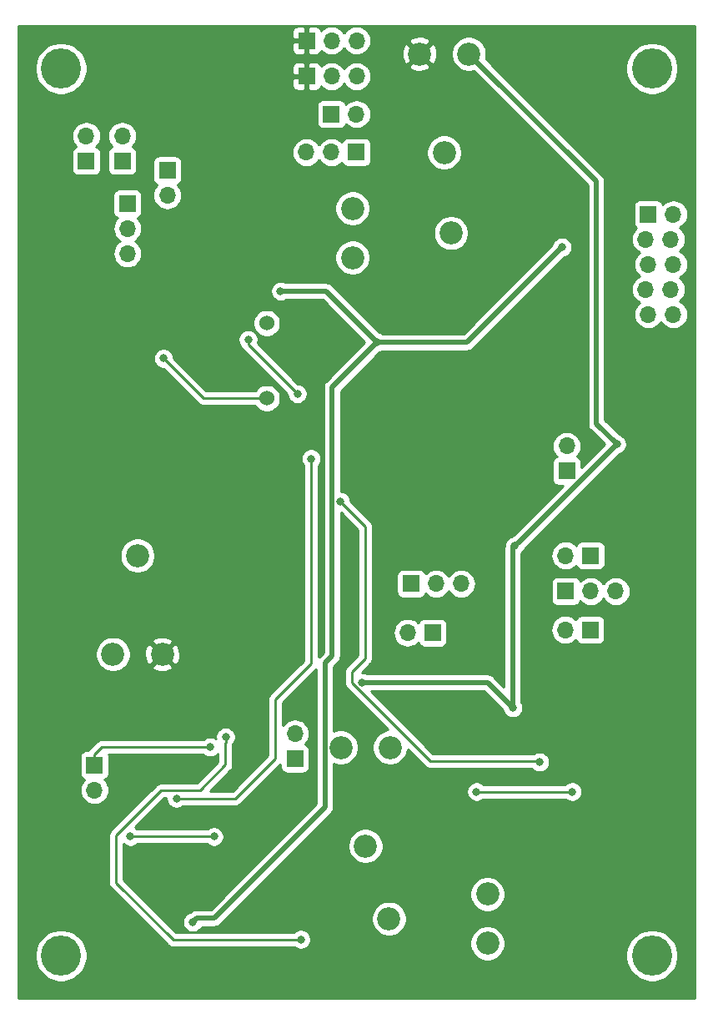
<source format=gbl>
G04 #@! TF.GenerationSoftware,KiCad,Pcbnew,(5.1.0)-1*
G04 #@! TF.CreationDate,2019-05-07T09:31:36-04:00*
G04 #@! TF.ProjectId,VCO_2,56434f5f-322e-46b6-9963-61645f706362,A*
G04 #@! TF.SameCoordinates,Original*
G04 #@! TF.FileFunction,Copper,L2,Bot*
G04 #@! TF.FilePolarity,Positive*
%FSLAX46Y46*%
G04 Gerber Fmt 4.6, Leading zero omitted, Abs format (unit mm)*
G04 Created by KiCad (PCBNEW (5.1.0)-1) date 2019-05-07 09:31:36*
%MOMM*%
%LPD*%
G04 APERTURE LIST*
%ADD10C,4.064000*%
%ADD11O,1.700000X1.700000*%
%ADD12R,1.700000X1.700000*%
%ADD13C,1.524000*%
%ADD14C,2.340000*%
%ADD15C,0.800000*%
%ADD16C,0.500000*%
%ADD17C,0.250000*%
%ADD18C,0.254000*%
G04 APERTURE END LIST*
D10*
X55000000Y-145000000D03*
X115000000Y-145000000D03*
X115000000Y-55000000D03*
X55000000Y-55000000D03*
D11*
X117170200Y-79959200D03*
X114630200Y-79959200D03*
X116916200Y-77419200D03*
X114376200Y-77419200D03*
X117170200Y-74879200D03*
X114630200Y-74879200D03*
X116916200Y-72339200D03*
X114376200Y-72339200D03*
X117170200Y-69799200D03*
D12*
X114630200Y-69799200D03*
D13*
X75895200Y-88442800D03*
X75895200Y-80822800D03*
D14*
X96403800Y-53525400D03*
X93903800Y-63525400D03*
X91403800Y-53525400D03*
X84607400Y-74189600D03*
X94607400Y-71689600D03*
X84607400Y-69189600D03*
X98298000Y-138760200D03*
X88298000Y-141260200D03*
X98298000Y-143760200D03*
X88413600Y-123883400D03*
X85913600Y-133883400D03*
X83413600Y-123883400D03*
X60278000Y-114427000D03*
X62778000Y-104427000D03*
X65278000Y-114427000D03*
D11*
X61214000Y-61849000D03*
D12*
X61214000Y-64389000D03*
X57556400Y-64389000D03*
D11*
X57556400Y-61849000D03*
X106349800Y-93294200D03*
D12*
X106349800Y-95834200D03*
X108762800Y-104419400D03*
D11*
X106222800Y-104419400D03*
X84988400Y-59639200D03*
D12*
X82448400Y-59639200D03*
X65786000Y-65328800D03*
D11*
X65786000Y-67868800D03*
D12*
X58394600Y-125679200D03*
D11*
X58394600Y-128219200D03*
X78765400Y-122478800D03*
D12*
X78765400Y-125018800D03*
X92735400Y-112242600D03*
D11*
X90195400Y-112242600D03*
X106197400Y-111937800D03*
D12*
X108737400Y-111937800D03*
D11*
X95631000Y-107264200D03*
X93091000Y-107264200D03*
D12*
X90551000Y-107264200D03*
D11*
X85013800Y-52171600D03*
X82473800Y-52171600D03*
D12*
X79933800Y-52171600D03*
X79933800Y-55778400D03*
D11*
X82473800Y-55778400D03*
X85013800Y-55778400D03*
D12*
X106248200Y-108026200D03*
D11*
X108788200Y-108026200D03*
X111328200Y-108026200D03*
D12*
X84988400Y-63500000D03*
D11*
X82448400Y-63500000D03*
X79908400Y-63500000D03*
X61747400Y-73787000D03*
X61747400Y-71247000D03*
D12*
X61747400Y-68707000D03*
D15*
X111099600Y-59004200D03*
X84124800Y-111226600D03*
X108889800Y-128219200D03*
X77495400Y-130505200D03*
X100863400Y-119862600D03*
X85572600Y-117297200D03*
X101041200Y-103454200D03*
X111429800Y-93116400D03*
X77292200Y-77597000D03*
X87096600Y-82778600D03*
X105867200Y-73126600D03*
X68376800Y-141605000D03*
X83362800Y-98933000D03*
X103606600Y-125370799D03*
X79000000Y-88000000D03*
X74000000Y-82500000D03*
X66725800Y-129057400D03*
X80391000Y-94589600D03*
X65405000Y-84404200D03*
X70535800Y-132918200D03*
X62052200Y-132918200D03*
X70129400Y-123850400D03*
X71722300Y-122816300D03*
X79349600Y-143357600D03*
X97180400Y-128371600D03*
X106908600Y-128371600D03*
D16*
X96403800Y-53525400D02*
X109347000Y-66468600D01*
X109347000Y-91033600D02*
X111429800Y-93116400D01*
X109347000Y-66468600D02*
X109347000Y-91033600D01*
X111029801Y-93516399D02*
X111429800Y-93116400D01*
X101491999Y-103054201D02*
X111029801Y-93516399D01*
X101441199Y-103054201D02*
X101491999Y-103054201D01*
X101041200Y-103454200D02*
X101441199Y-103054201D01*
X100863400Y-103632000D02*
X101041200Y-103454200D01*
X100863400Y-119862600D02*
X100863400Y-103632000D01*
X98298000Y-117297200D02*
X100863400Y-119862600D01*
X85572600Y-117297200D02*
X98298000Y-117297200D01*
X87096600Y-82778600D02*
X82512799Y-87362401D01*
X81915000Y-77597000D02*
X87096600Y-82778600D01*
X77292200Y-77597000D02*
X81915000Y-77597000D01*
X96215200Y-82778600D02*
X105867200Y-73126600D01*
X87096600Y-82778600D02*
X96215200Y-82778600D01*
X81793599Y-115310401D02*
X82512799Y-114591201D01*
X82512799Y-87362401D02*
X82512799Y-114591201D01*
X68776799Y-141205001D02*
X70554799Y-141205001D01*
X68376800Y-141605000D02*
X68776799Y-141205001D01*
X81793599Y-129966201D02*
X81793599Y-123489201D01*
X70554799Y-141205001D02*
X81793599Y-129966201D01*
X81793599Y-123489201D02*
X81793599Y-115310401D01*
D17*
X83362800Y-98933000D02*
X85902800Y-101473000D01*
X85902800Y-101473000D02*
X85902800Y-114833400D01*
X85902800Y-114833400D02*
X84556600Y-116179600D01*
X84556600Y-117354202D02*
X92475198Y-125272800D01*
X84556600Y-116179600D02*
X84556600Y-117354202D01*
X92475198Y-125272800D02*
X103508601Y-125272800D01*
X103508601Y-125272800D02*
X103606600Y-125370799D01*
X79000000Y-88000000D02*
X74000000Y-83000000D01*
X74000000Y-83000000D02*
X74000000Y-82500000D01*
X80391000Y-115392200D02*
X80391000Y-94589600D01*
X76771500Y-119011700D02*
X80391000Y-115392200D01*
X76771500Y-125006100D02*
X76771500Y-119011700D01*
X72720200Y-129057400D02*
X76771500Y-125006100D01*
X66725800Y-129057400D02*
X72720200Y-129057400D01*
X69443600Y-88442800D02*
X75895200Y-88442800D01*
X65405000Y-84404200D02*
X69443600Y-88442800D01*
X70535800Y-132918200D02*
X69970115Y-132918200D01*
X69970115Y-132918200D02*
X62052200Y-132918200D01*
X58394600Y-124579200D02*
X58394600Y-125679200D01*
X59123400Y-123850400D02*
X58394600Y-124579200D01*
X70129400Y-123850400D02*
X59123400Y-123850400D01*
X66395600Y-143408400D02*
X79298800Y-143408400D01*
X60604400Y-137617200D02*
X66395600Y-143408400D01*
X60604400Y-132816600D02*
X60604400Y-137617200D01*
X71722300Y-123381985D02*
X71704200Y-123400085D01*
X71704200Y-123400085D02*
X71704200Y-125628400D01*
X71704200Y-125628400D02*
X69088000Y-128244600D01*
X69088000Y-128244600D02*
X65176400Y-128244600D01*
X79298800Y-143408400D02*
X79349600Y-143357600D01*
X71722300Y-122816300D02*
X71722300Y-123381985D01*
X65176400Y-128244600D02*
X60604400Y-132816600D01*
X97180400Y-128371600D02*
X97746085Y-128371600D01*
X97746085Y-128371600D02*
X106908600Y-128371600D01*
D18*
G36*
X119340001Y-149340000D02*
G01*
X50660000Y-149340000D01*
X50660000Y-144737323D01*
X52333000Y-144737323D01*
X52333000Y-145262677D01*
X52435492Y-145777935D01*
X52636536Y-146263298D01*
X52928406Y-146700113D01*
X53299887Y-147071594D01*
X53736702Y-147363464D01*
X54222065Y-147564508D01*
X54737323Y-147667000D01*
X55262677Y-147667000D01*
X55777935Y-147564508D01*
X56263298Y-147363464D01*
X56700113Y-147071594D01*
X57071594Y-146700113D01*
X57363464Y-146263298D01*
X57564508Y-145777935D01*
X57667000Y-145262677D01*
X57667000Y-144737323D01*
X57564508Y-144222065D01*
X57363464Y-143736702D01*
X57071594Y-143299887D01*
X56700113Y-142928406D01*
X56263298Y-142636536D01*
X55777935Y-142435492D01*
X55262677Y-142333000D01*
X54737323Y-142333000D01*
X54222065Y-142435492D01*
X53736702Y-142636536D01*
X53299887Y-142928406D01*
X52928406Y-143299887D01*
X52636536Y-143736702D01*
X52435492Y-144222065D01*
X52333000Y-144737323D01*
X50660000Y-144737323D01*
X50660000Y-128219200D01*
X56902415Y-128219200D01*
X56931087Y-128510311D01*
X57016001Y-128790234D01*
X57153894Y-129048214D01*
X57339466Y-129274334D01*
X57565586Y-129459906D01*
X57823566Y-129597799D01*
X58103489Y-129682713D01*
X58321650Y-129704200D01*
X58467550Y-129704200D01*
X58685711Y-129682713D01*
X58965634Y-129597799D01*
X59223614Y-129459906D01*
X59449734Y-129274334D01*
X59635306Y-129048214D01*
X59773199Y-128790234D01*
X59858113Y-128510311D01*
X59886785Y-128219200D01*
X59858113Y-127928089D01*
X59773199Y-127648166D01*
X59635306Y-127390186D01*
X59449734Y-127164066D01*
X59419913Y-127139593D01*
X59488780Y-127118702D01*
X59599094Y-127059737D01*
X59695785Y-126980385D01*
X59775137Y-126883694D01*
X59834102Y-126773380D01*
X59870412Y-126653682D01*
X59882672Y-126529200D01*
X59882672Y-124829200D01*
X59870412Y-124704718D01*
X59841801Y-124610400D01*
X69425689Y-124610400D01*
X69469626Y-124654337D01*
X69639144Y-124767605D01*
X69827502Y-124845626D01*
X70027461Y-124885400D01*
X70231339Y-124885400D01*
X70431298Y-124845626D01*
X70619656Y-124767605D01*
X70789174Y-124654337D01*
X70933337Y-124510174D01*
X70944200Y-124493916D01*
X70944201Y-125313597D01*
X68773199Y-127484600D01*
X65213722Y-127484600D01*
X65176399Y-127480924D01*
X65139076Y-127484600D01*
X65139067Y-127484600D01*
X65027414Y-127495597D01*
X64884153Y-127539054D01*
X64752124Y-127609626D01*
X64752122Y-127609627D01*
X64752123Y-127609627D01*
X64665396Y-127680801D01*
X64665392Y-127680805D01*
X64636399Y-127704599D01*
X64612605Y-127733592D01*
X60093403Y-132252796D01*
X60064399Y-132276599D01*
X60009271Y-132343774D01*
X59969426Y-132392324D01*
X59950387Y-132427944D01*
X59898854Y-132524354D01*
X59855397Y-132667615D01*
X59844400Y-132779268D01*
X59844400Y-132779278D01*
X59840724Y-132816600D01*
X59844400Y-132853923D01*
X59844401Y-137579868D01*
X59840724Y-137617200D01*
X59855398Y-137766185D01*
X59898854Y-137909446D01*
X59969426Y-138041476D01*
X60040601Y-138128202D01*
X60064400Y-138157201D01*
X60093398Y-138180999D01*
X65831801Y-143919403D01*
X65855599Y-143948401D01*
X65884597Y-143972199D01*
X65971324Y-144043374D01*
X66103353Y-144113946D01*
X66246614Y-144157403D01*
X66395600Y-144172077D01*
X66432933Y-144168400D01*
X78700097Y-144168400D01*
X78859344Y-144274805D01*
X79047702Y-144352826D01*
X79247661Y-144392600D01*
X79451539Y-144392600D01*
X79651498Y-144352826D01*
X79839856Y-144274805D01*
X80009374Y-144161537D01*
X80153537Y-144017374D01*
X80266805Y-143847856D01*
X80344826Y-143659498D01*
X80360157Y-143582423D01*
X96493000Y-143582423D01*
X96493000Y-143937977D01*
X96562365Y-144286699D01*
X96698429Y-144615188D01*
X96895965Y-144910821D01*
X97147379Y-145162235D01*
X97443012Y-145359771D01*
X97771501Y-145495835D01*
X98120223Y-145565200D01*
X98475777Y-145565200D01*
X98824499Y-145495835D01*
X99152988Y-145359771D01*
X99448621Y-145162235D01*
X99700035Y-144910821D01*
X99815962Y-144737323D01*
X112333000Y-144737323D01*
X112333000Y-145262677D01*
X112435492Y-145777935D01*
X112636536Y-146263298D01*
X112928406Y-146700113D01*
X113299887Y-147071594D01*
X113736702Y-147363464D01*
X114222065Y-147564508D01*
X114737323Y-147667000D01*
X115262677Y-147667000D01*
X115777935Y-147564508D01*
X116263298Y-147363464D01*
X116700113Y-147071594D01*
X117071594Y-146700113D01*
X117363464Y-146263298D01*
X117564508Y-145777935D01*
X117667000Y-145262677D01*
X117667000Y-144737323D01*
X117564508Y-144222065D01*
X117363464Y-143736702D01*
X117071594Y-143299887D01*
X116700113Y-142928406D01*
X116263298Y-142636536D01*
X115777935Y-142435492D01*
X115262677Y-142333000D01*
X114737323Y-142333000D01*
X114222065Y-142435492D01*
X113736702Y-142636536D01*
X113299887Y-142928406D01*
X112928406Y-143299887D01*
X112636536Y-143736702D01*
X112435492Y-144222065D01*
X112333000Y-144737323D01*
X99815962Y-144737323D01*
X99897571Y-144615188D01*
X100033635Y-144286699D01*
X100103000Y-143937977D01*
X100103000Y-143582423D01*
X100033635Y-143233701D01*
X99897571Y-142905212D01*
X99700035Y-142609579D01*
X99448621Y-142358165D01*
X99152988Y-142160629D01*
X98824499Y-142024565D01*
X98475777Y-141955200D01*
X98120223Y-141955200D01*
X97771501Y-142024565D01*
X97443012Y-142160629D01*
X97147379Y-142358165D01*
X96895965Y-142609579D01*
X96698429Y-142905212D01*
X96562365Y-143233701D01*
X96493000Y-143582423D01*
X80360157Y-143582423D01*
X80384600Y-143459539D01*
X80384600Y-143255661D01*
X80344826Y-143055702D01*
X80266805Y-142867344D01*
X80153537Y-142697826D01*
X80009374Y-142553663D01*
X79839856Y-142440395D01*
X79651498Y-142362374D01*
X79451539Y-142322600D01*
X79247661Y-142322600D01*
X79047702Y-142362374D01*
X78859344Y-142440395D01*
X78689826Y-142553663D01*
X78595089Y-142648400D01*
X66710402Y-142648400D01*
X61364400Y-137302399D01*
X61364400Y-133694111D01*
X61392426Y-133722137D01*
X61561944Y-133835405D01*
X61750302Y-133913426D01*
X61950261Y-133953200D01*
X62154139Y-133953200D01*
X62354098Y-133913426D01*
X62542456Y-133835405D01*
X62711974Y-133722137D01*
X62755911Y-133678200D01*
X69832089Y-133678200D01*
X69876026Y-133722137D01*
X70045544Y-133835405D01*
X70233902Y-133913426D01*
X70433861Y-133953200D01*
X70637739Y-133953200D01*
X70837698Y-133913426D01*
X71026056Y-133835405D01*
X71195574Y-133722137D01*
X71339737Y-133577974D01*
X71453005Y-133408456D01*
X71531026Y-133220098D01*
X71570800Y-133020139D01*
X71570800Y-132816261D01*
X71531026Y-132616302D01*
X71453005Y-132427944D01*
X71339737Y-132258426D01*
X71195574Y-132114263D01*
X71026056Y-132000995D01*
X70837698Y-131922974D01*
X70637739Y-131883200D01*
X70433861Y-131883200D01*
X70233902Y-131922974D01*
X70045544Y-132000995D01*
X69876026Y-132114263D01*
X69832089Y-132158200D01*
X62755911Y-132158200D01*
X62711974Y-132114263D01*
X62542456Y-132000995D01*
X62508763Y-131987039D01*
X65491203Y-129004600D01*
X65690800Y-129004600D01*
X65690800Y-129159339D01*
X65730574Y-129359298D01*
X65808595Y-129547656D01*
X65921863Y-129717174D01*
X66066026Y-129861337D01*
X66235544Y-129974605D01*
X66423902Y-130052626D01*
X66623861Y-130092400D01*
X66827739Y-130092400D01*
X67027698Y-130052626D01*
X67216056Y-129974605D01*
X67385574Y-129861337D01*
X67429511Y-129817400D01*
X72682878Y-129817400D01*
X72720200Y-129821076D01*
X72757522Y-129817400D01*
X72757533Y-129817400D01*
X72869186Y-129806403D01*
X73012447Y-129762946D01*
X73144476Y-129692374D01*
X73260201Y-129597401D01*
X73284004Y-129568397D01*
X77277328Y-125575075D01*
X77277328Y-125868800D01*
X77289588Y-125993282D01*
X77325898Y-126112980D01*
X77384863Y-126223294D01*
X77464215Y-126319985D01*
X77560906Y-126399337D01*
X77671220Y-126458302D01*
X77790918Y-126494612D01*
X77915400Y-126506872D01*
X79615400Y-126506872D01*
X79739882Y-126494612D01*
X79859580Y-126458302D01*
X79969894Y-126399337D01*
X80066585Y-126319985D01*
X80145937Y-126223294D01*
X80204902Y-126112980D01*
X80241212Y-125993282D01*
X80253472Y-125868800D01*
X80253472Y-124168800D01*
X80241212Y-124044318D01*
X80204902Y-123924620D01*
X80145937Y-123814306D01*
X80066585Y-123717615D01*
X79969894Y-123638263D01*
X79859580Y-123579298D01*
X79790713Y-123558407D01*
X79820534Y-123533934D01*
X80006106Y-123307814D01*
X80143999Y-123049834D01*
X80228913Y-122769911D01*
X80257585Y-122478800D01*
X80228913Y-122187689D01*
X80143999Y-121907766D01*
X80006106Y-121649786D01*
X79820534Y-121423666D01*
X79594414Y-121238094D01*
X79336434Y-121100201D01*
X79056511Y-121015287D01*
X78838350Y-120993800D01*
X78692450Y-120993800D01*
X78474289Y-121015287D01*
X78194366Y-121100201D01*
X77936386Y-121238094D01*
X77710266Y-121423666D01*
X77531500Y-121641493D01*
X77531500Y-119326501D01*
X80902004Y-115955998D01*
X80908600Y-115950585D01*
X80908599Y-123532677D01*
X80908600Y-123532687D01*
X80908599Y-129599622D01*
X70188221Y-140320001D01*
X68820265Y-140320001D01*
X68776798Y-140315720D01*
X68733332Y-140320001D01*
X68733322Y-140320001D01*
X68603309Y-140332806D01*
X68436486Y-140383412D01*
X68282740Y-140465590D01*
X68147982Y-140576184D01*
X68129294Y-140598955D01*
X68074902Y-140609774D01*
X67886544Y-140687795D01*
X67717026Y-140801063D01*
X67572863Y-140945226D01*
X67459595Y-141114744D01*
X67381574Y-141303102D01*
X67341800Y-141503061D01*
X67341800Y-141706939D01*
X67381574Y-141906898D01*
X67459595Y-142095256D01*
X67572863Y-142264774D01*
X67717026Y-142408937D01*
X67886544Y-142522205D01*
X68074902Y-142600226D01*
X68274861Y-142640000D01*
X68478739Y-142640000D01*
X68678698Y-142600226D01*
X68867056Y-142522205D01*
X69036574Y-142408937D01*
X69180737Y-142264774D01*
X69294005Y-142095256D01*
X69296182Y-142090001D01*
X70511330Y-142090001D01*
X70554799Y-142094282D01*
X70598268Y-142090001D01*
X70598276Y-142090001D01*
X70728289Y-142077196D01*
X70895112Y-142026590D01*
X71048858Y-141944412D01*
X71183616Y-141833818D01*
X71211333Y-141800045D01*
X71928955Y-141082423D01*
X86493000Y-141082423D01*
X86493000Y-141437977D01*
X86562365Y-141786699D01*
X86698429Y-142115188D01*
X86895965Y-142410821D01*
X87147379Y-142662235D01*
X87443012Y-142859771D01*
X87771501Y-142995835D01*
X88120223Y-143065200D01*
X88475777Y-143065200D01*
X88824499Y-142995835D01*
X89152988Y-142859771D01*
X89448621Y-142662235D01*
X89700035Y-142410821D01*
X89897571Y-142115188D01*
X90033635Y-141786699D01*
X90103000Y-141437977D01*
X90103000Y-141082423D01*
X90033635Y-140733701D01*
X89897571Y-140405212D01*
X89700035Y-140109579D01*
X89448621Y-139858165D01*
X89152988Y-139660629D01*
X88824499Y-139524565D01*
X88475777Y-139455200D01*
X88120223Y-139455200D01*
X87771501Y-139524565D01*
X87443012Y-139660629D01*
X87147379Y-139858165D01*
X86895965Y-140109579D01*
X86698429Y-140405212D01*
X86562365Y-140733701D01*
X86493000Y-141082423D01*
X71928955Y-141082423D01*
X74428955Y-138582423D01*
X96493000Y-138582423D01*
X96493000Y-138937977D01*
X96562365Y-139286699D01*
X96698429Y-139615188D01*
X96895965Y-139910821D01*
X97147379Y-140162235D01*
X97443012Y-140359771D01*
X97771501Y-140495835D01*
X98120223Y-140565200D01*
X98475777Y-140565200D01*
X98824499Y-140495835D01*
X99152988Y-140359771D01*
X99448621Y-140162235D01*
X99700035Y-139910821D01*
X99897571Y-139615188D01*
X100033635Y-139286699D01*
X100103000Y-138937977D01*
X100103000Y-138582423D01*
X100033635Y-138233701D01*
X99897571Y-137905212D01*
X99700035Y-137609579D01*
X99448621Y-137358165D01*
X99152988Y-137160629D01*
X98824499Y-137024565D01*
X98475777Y-136955200D01*
X98120223Y-136955200D01*
X97771501Y-137024565D01*
X97443012Y-137160629D01*
X97147379Y-137358165D01*
X96895965Y-137609579D01*
X96698429Y-137905212D01*
X96562365Y-138233701D01*
X96493000Y-138582423D01*
X74428955Y-138582423D01*
X79305755Y-133705623D01*
X84108600Y-133705623D01*
X84108600Y-134061177D01*
X84177965Y-134409899D01*
X84314029Y-134738388D01*
X84511565Y-135034021D01*
X84762979Y-135285435D01*
X85058612Y-135482971D01*
X85387101Y-135619035D01*
X85735823Y-135688400D01*
X86091377Y-135688400D01*
X86440099Y-135619035D01*
X86768588Y-135482971D01*
X87064221Y-135285435D01*
X87315635Y-135034021D01*
X87513171Y-134738388D01*
X87649235Y-134409899D01*
X87718600Y-134061177D01*
X87718600Y-133705623D01*
X87649235Y-133356901D01*
X87513171Y-133028412D01*
X87315635Y-132732779D01*
X87064221Y-132481365D01*
X86768588Y-132283829D01*
X86440099Y-132147765D01*
X86091377Y-132078400D01*
X85735823Y-132078400D01*
X85387101Y-132147765D01*
X85058612Y-132283829D01*
X84762979Y-132481365D01*
X84511565Y-132732779D01*
X84314029Y-133028412D01*
X84177965Y-133356901D01*
X84108600Y-133705623D01*
X79305755Y-133705623D01*
X82388650Y-130622729D01*
X82422416Y-130595018D01*
X82533010Y-130460260D01*
X82615188Y-130306514D01*
X82665794Y-130139691D01*
X82678599Y-130009678D01*
X82678599Y-130009668D01*
X82682880Y-129966202D01*
X82678599Y-129922736D01*
X82678599Y-128269661D01*
X96145400Y-128269661D01*
X96145400Y-128473539D01*
X96185174Y-128673498D01*
X96263195Y-128861856D01*
X96376463Y-129031374D01*
X96520626Y-129175537D01*
X96690144Y-129288805D01*
X96878502Y-129366826D01*
X97078461Y-129406600D01*
X97282339Y-129406600D01*
X97482298Y-129366826D01*
X97670656Y-129288805D01*
X97840174Y-129175537D01*
X97884111Y-129131600D01*
X106204889Y-129131600D01*
X106248826Y-129175537D01*
X106418344Y-129288805D01*
X106606702Y-129366826D01*
X106806661Y-129406600D01*
X107010539Y-129406600D01*
X107210498Y-129366826D01*
X107398856Y-129288805D01*
X107568374Y-129175537D01*
X107712537Y-129031374D01*
X107825805Y-128861856D01*
X107903826Y-128673498D01*
X107943600Y-128473539D01*
X107943600Y-128269661D01*
X107903826Y-128069702D01*
X107825805Y-127881344D01*
X107712537Y-127711826D01*
X107568374Y-127567663D01*
X107398856Y-127454395D01*
X107210498Y-127376374D01*
X107010539Y-127336600D01*
X106806661Y-127336600D01*
X106606702Y-127376374D01*
X106418344Y-127454395D01*
X106248826Y-127567663D01*
X106204889Y-127611600D01*
X97884111Y-127611600D01*
X97840174Y-127567663D01*
X97670656Y-127454395D01*
X97482298Y-127376374D01*
X97282339Y-127336600D01*
X97078461Y-127336600D01*
X96878502Y-127376374D01*
X96690144Y-127454395D01*
X96520626Y-127567663D01*
X96376463Y-127711826D01*
X96263195Y-127881344D01*
X96185174Y-128069702D01*
X96145400Y-128269661D01*
X82678599Y-128269661D01*
X82678599Y-125532671D01*
X82887101Y-125619035D01*
X83235823Y-125688400D01*
X83591377Y-125688400D01*
X83940099Y-125619035D01*
X84268588Y-125482971D01*
X84564221Y-125285435D01*
X84815635Y-125034021D01*
X85013171Y-124738388D01*
X85149235Y-124409899D01*
X85218600Y-124061177D01*
X85218600Y-123705623D01*
X85149235Y-123356901D01*
X85013171Y-123028412D01*
X84815635Y-122732779D01*
X84564221Y-122481365D01*
X84268588Y-122283829D01*
X83940099Y-122147765D01*
X83591377Y-122078400D01*
X83235823Y-122078400D01*
X82887101Y-122147765D01*
X82678599Y-122234129D01*
X82678599Y-115676979D01*
X83107848Y-115247731D01*
X83141616Y-115220018D01*
X83252210Y-115085260D01*
X83334388Y-114931514D01*
X83384994Y-114764691D01*
X83397799Y-114634678D01*
X83397799Y-114634668D01*
X83402080Y-114591202D01*
X83397799Y-114547736D01*
X83397799Y-100042800D01*
X85142800Y-101787803D01*
X85142801Y-114518597D01*
X84045603Y-115615796D01*
X84016599Y-115639599D01*
X83979794Y-115684447D01*
X83921626Y-115755324D01*
X83851055Y-115887353D01*
X83851054Y-115887354D01*
X83807597Y-116030615D01*
X83796600Y-116142268D01*
X83796600Y-116142278D01*
X83792924Y-116179600D01*
X83796600Y-116216923D01*
X83796601Y-117316870D01*
X83792924Y-117354202D01*
X83807598Y-117503187D01*
X83851054Y-117646448D01*
X83921626Y-117778478D01*
X83992801Y-117865204D01*
X84016600Y-117894203D01*
X84045598Y-117918001D01*
X88210945Y-122083349D01*
X87887101Y-122147765D01*
X87558612Y-122283829D01*
X87262979Y-122481365D01*
X87011565Y-122732779D01*
X86814029Y-123028412D01*
X86677965Y-123356901D01*
X86608600Y-123705623D01*
X86608600Y-124061177D01*
X86677965Y-124409899D01*
X86814029Y-124738388D01*
X87011565Y-125034021D01*
X87262979Y-125285435D01*
X87558612Y-125482971D01*
X87887101Y-125619035D01*
X88235823Y-125688400D01*
X88591377Y-125688400D01*
X88940099Y-125619035D01*
X89268588Y-125482971D01*
X89564221Y-125285435D01*
X89815635Y-125034021D01*
X90013171Y-124738388D01*
X90149235Y-124409899D01*
X90213651Y-124086055D01*
X91911398Y-125783802D01*
X91935197Y-125812801D01*
X92050922Y-125907774D01*
X92182951Y-125978346D01*
X92326212Y-126021803D01*
X92437865Y-126032800D01*
X92437873Y-126032800D01*
X92475198Y-126036476D01*
X92512523Y-126032800D01*
X102804890Y-126032800D01*
X102946826Y-126174736D01*
X103116344Y-126288004D01*
X103304702Y-126366025D01*
X103504661Y-126405799D01*
X103708539Y-126405799D01*
X103908498Y-126366025D01*
X104096856Y-126288004D01*
X104266374Y-126174736D01*
X104410537Y-126030573D01*
X104523805Y-125861055D01*
X104601826Y-125672697D01*
X104641600Y-125472738D01*
X104641600Y-125268860D01*
X104601826Y-125068901D01*
X104523805Y-124880543D01*
X104410537Y-124711025D01*
X104266374Y-124566862D01*
X104096856Y-124453594D01*
X103908498Y-124375573D01*
X103708539Y-124335799D01*
X103504661Y-124335799D01*
X103304702Y-124375573D01*
X103116344Y-124453594D01*
X103027736Y-124512800D01*
X92790000Y-124512800D01*
X86459399Y-118182200D01*
X97931422Y-118182200D01*
X99856865Y-120107644D01*
X99868174Y-120164498D01*
X99946195Y-120352856D01*
X100059463Y-120522374D01*
X100203626Y-120666537D01*
X100373144Y-120779805D01*
X100561502Y-120857826D01*
X100761461Y-120897600D01*
X100965339Y-120897600D01*
X101165298Y-120857826D01*
X101353656Y-120779805D01*
X101523174Y-120666537D01*
X101667337Y-120522374D01*
X101780605Y-120352856D01*
X101858626Y-120164498D01*
X101898400Y-119964539D01*
X101898400Y-119760661D01*
X101858626Y-119560702D01*
X101780605Y-119372344D01*
X101748400Y-119324146D01*
X101748400Y-111937800D01*
X104705215Y-111937800D01*
X104733887Y-112228911D01*
X104818801Y-112508834D01*
X104956694Y-112766814D01*
X105142266Y-112992934D01*
X105368386Y-113178506D01*
X105626366Y-113316399D01*
X105906289Y-113401313D01*
X106124450Y-113422800D01*
X106270350Y-113422800D01*
X106488511Y-113401313D01*
X106768434Y-113316399D01*
X107026414Y-113178506D01*
X107252534Y-112992934D01*
X107277007Y-112963113D01*
X107297898Y-113031980D01*
X107356863Y-113142294D01*
X107436215Y-113238985D01*
X107532906Y-113318337D01*
X107643220Y-113377302D01*
X107762918Y-113413612D01*
X107887400Y-113425872D01*
X109587400Y-113425872D01*
X109711882Y-113413612D01*
X109831580Y-113377302D01*
X109941894Y-113318337D01*
X110038585Y-113238985D01*
X110117937Y-113142294D01*
X110176902Y-113031980D01*
X110213212Y-112912282D01*
X110225472Y-112787800D01*
X110225472Y-111087800D01*
X110213212Y-110963318D01*
X110176902Y-110843620D01*
X110117937Y-110733306D01*
X110038585Y-110636615D01*
X109941894Y-110557263D01*
X109831580Y-110498298D01*
X109711882Y-110461988D01*
X109587400Y-110449728D01*
X107887400Y-110449728D01*
X107762918Y-110461988D01*
X107643220Y-110498298D01*
X107532906Y-110557263D01*
X107436215Y-110636615D01*
X107356863Y-110733306D01*
X107297898Y-110843620D01*
X107277007Y-110912487D01*
X107252534Y-110882666D01*
X107026414Y-110697094D01*
X106768434Y-110559201D01*
X106488511Y-110474287D01*
X106270350Y-110452800D01*
X106124450Y-110452800D01*
X105906289Y-110474287D01*
X105626366Y-110559201D01*
X105368386Y-110697094D01*
X105142266Y-110882666D01*
X104956694Y-111108786D01*
X104818801Y-111366766D01*
X104733887Y-111646689D01*
X104705215Y-111937800D01*
X101748400Y-111937800D01*
X101748400Y-107176200D01*
X104760128Y-107176200D01*
X104760128Y-108876200D01*
X104772388Y-109000682D01*
X104808698Y-109120380D01*
X104867663Y-109230694D01*
X104947015Y-109327385D01*
X105043706Y-109406737D01*
X105154020Y-109465702D01*
X105273718Y-109502012D01*
X105398200Y-109514272D01*
X107098200Y-109514272D01*
X107222682Y-109502012D01*
X107342380Y-109465702D01*
X107452694Y-109406737D01*
X107549385Y-109327385D01*
X107628737Y-109230694D01*
X107687702Y-109120380D01*
X107708593Y-109051513D01*
X107733066Y-109081334D01*
X107959186Y-109266906D01*
X108217166Y-109404799D01*
X108497089Y-109489713D01*
X108715250Y-109511200D01*
X108861150Y-109511200D01*
X109079311Y-109489713D01*
X109359234Y-109404799D01*
X109617214Y-109266906D01*
X109843334Y-109081334D01*
X110028906Y-108855214D01*
X110058200Y-108800409D01*
X110087494Y-108855214D01*
X110273066Y-109081334D01*
X110499186Y-109266906D01*
X110757166Y-109404799D01*
X111037089Y-109489713D01*
X111255250Y-109511200D01*
X111401150Y-109511200D01*
X111619311Y-109489713D01*
X111899234Y-109404799D01*
X112157214Y-109266906D01*
X112383334Y-109081334D01*
X112568906Y-108855214D01*
X112706799Y-108597234D01*
X112791713Y-108317311D01*
X112820385Y-108026200D01*
X112791713Y-107735089D01*
X112706799Y-107455166D01*
X112568906Y-107197186D01*
X112383334Y-106971066D01*
X112157214Y-106785494D01*
X111899234Y-106647601D01*
X111619311Y-106562687D01*
X111401150Y-106541200D01*
X111255250Y-106541200D01*
X111037089Y-106562687D01*
X110757166Y-106647601D01*
X110499186Y-106785494D01*
X110273066Y-106971066D01*
X110087494Y-107197186D01*
X110058200Y-107251991D01*
X110028906Y-107197186D01*
X109843334Y-106971066D01*
X109617214Y-106785494D01*
X109359234Y-106647601D01*
X109079311Y-106562687D01*
X108861150Y-106541200D01*
X108715250Y-106541200D01*
X108497089Y-106562687D01*
X108217166Y-106647601D01*
X107959186Y-106785494D01*
X107733066Y-106971066D01*
X107708593Y-107000887D01*
X107687702Y-106932020D01*
X107628737Y-106821706D01*
X107549385Y-106725015D01*
X107452694Y-106645663D01*
X107342380Y-106586698D01*
X107222682Y-106550388D01*
X107098200Y-106538128D01*
X105398200Y-106538128D01*
X105273718Y-106550388D01*
X105154020Y-106586698D01*
X105043706Y-106645663D01*
X104947015Y-106725015D01*
X104867663Y-106821706D01*
X104808698Y-106932020D01*
X104772388Y-107051718D01*
X104760128Y-107176200D01*
X101748400Y-107176200D01*
X101748400Y-104419400D01*
X104730615Y-104419400D01*
X104759287Y-104710511D01*
X104844201Y-104990434D01*
X104982094Y-105248414D01*
X105167666Y-105474534D01*
X105393786Y-105660106D01*
X105651766Y-105797999D01*
X105931689Y-105882913D01*
X106149850Y-105904400D01*
X106295750Y-105904400D01*
X106513911Y-105882913D01*
X106793834Y-105797999D01*
X107051814Y-105660106D01*
X107277934Y-105474534D01*
X107302407Y-105444713D01*
X107323298Y-105513580D01*
X107382263Y-105623894D01*
X107461615Y-105720585D01*
X107558306Y-105799937D01*
X107668620Y-105858902D01*
X107788318Y-105895212D01*
X107912800Y-105907472D01*
X109612800Y-105907472D01*
X109737282Y-105895212D01*
X109856980Y-105858902D01*
X109967294Y-105799937D01*
X110063985Y-105720585D01*
X110143337Y-105623894D01*
X110202302Y-105513580D01*
X110238612Y-105393882D01*
X110250872Y-105269400D01*
X110250872Y-103569400D01*
X110238612Y-103444918D01*
X110202302Y-103325220D01*
X110143337Y-103214906D01*
X110063985Y-103118215D01*
X109967294Y-103038863D01*
X109856980Y-102979898D01*
X109737282Y-102943588D01*
X109612800Y-102931328D01*
X107912800Y-102931328D01*
X107788318Y-102943588D01*
X107668620Y-102979898D01*
X107558306Y-103038863D01*
X107461615Y-103118215D01*
X107382263Y-103214906D01*
X107323298Y-103325220D01*
X107302407Y-103394087D01*
X107277934Y-103364266D01*
X107051814Y-103178694D01*
X106793834Y-103040801D01*
X106513911Y-102955887D01*
X106295750Y-102934400D01*
X106149850Y-102934400D01*
X105931689Y-102955887D01*
X105651766Y-103040801D01*
X105393786Y-103178694D01*
X105167666Y-103364266D01*
X104982094Y-103590386D01*
X104844201Y-103848366D01*
X104759287Y-104128289D01*
X104730615Y-104419400D01*
X101748400Y-104419400D01*
X101748400Y-104210711D01*
X101845137Y-104113974D01*
X101958405Y-103944456D01*
X102036426Y-103756098D01*
X102037335Y-103751530D01*
X102120816Y-103683018D01*
X102148533Y-103649245D01*
X111674844Y-94122935D01*
X111731698Y-94111626D01*
X111920056Y-94033605D01*
X112089574Y-93920337D01*
X112233737Y-93776174D01*
X112347005Y-93606656D01*
X112425026Y-93418298D01*
X112464800Y-93218339D01*
X112464800Y-93014461D01*
X112425026Y-92814502D01*
X112347005Y-92626144D01*
X112233737Y-92456626D01*
X112089574Y-92312463D01*
X111920056Y-92199195D01*
X111731698Y-92121174D01*
X111674844Y-92109865D01*
X110232000Y-90667022D01*
X110232000Y-72339200D01*
X112884015Y-72339200D01*
X112912687Y-72630311D01*
X112997601Y-72910234D01*
X113135494Y-73168214D01*
X113321066Y-73394334D01*
X113547186Y-73579906D01*
X113744236Y-73685231D01*
X113575066Y-73824066D01*
X113389494Y-74050186D01*
X113251601Y-74308166D01*
X113166687Y-74588089D01*
X113138015Y-74879200D01*
X113166687Y-75170311D01*
X113251601Y-75450234D01*
X113389494Y-75708214D01*
X113575066Y-75934334D01*
X113744236Y-76073169D01*
X113547186Y-76178494D01*
X113321066Y-76364066D01*
X113135494Y-76590186D01*
X112997601Y-76848166D01*
X112912687Y-77128089D01*
X112884015Y-77419200D01*
X112912687Y-77710311D01*
X112997601Y-77990234D01*
X113135494Y-78248214D01*
X113321066Y-78474334D01*
X113547186Y-78659906D01*
X113744236Y-78765231D01*
X113575066Y-78904066D01*
X113389494Y-79130186D01*
X113251601Y-79388166D01*
X113166687Y-79668089D01*
X113138015Y-79959200D01*
X113166687Y-80250311D01*
X113251601Y-80530234D01*
X113389494Y-80788214D01*
X113575066Y-81014334D01*
X113801186Y-81199906D01*
X114059166Y-81337799D01*
X114339089Y-81422713D01*
X114557250Y-81444200D01*
X114703150Y-81444200D01*
X114921311Y-81422713D01*
X115201234Y-81337799D01*
X115459214Y-81199906D01*
X115685334Y-81014334D01*
X115870906Y-80788214D01*
X115900200Y-80733409D01*
X115929494Y-80788214D01*
X116115066Y-81014334D01*
X116341186Y-81199906D01*
X116599166Y-81337799D01*
X116879089Y-81422713D01*
X117097250Y-81444200D01*
X117243150Y-81444200D01*
X117461311Y-81422713D01*
X117741234Y-81337799D01*
X117999214Y-81199906D01*
X118225334Y-81014334D01*
X118410906Y-80788214D01*
X118548799Y-80530234D01*
X118633713Y-80250311D01*
X118662385Y-79959200D01*
X118633713Y-79668089D01*
X118548799Y-79388166D01*
X118410906Y-79130186D01*
X118225334Y-78904066D01*
X117999214Y-78718494D01*
X117802164Y-78613169D01*
X117971334Y-78474334D01*
X118156906Y-78248214D01*
X118294799Y-77990234D01*
X118379713Y-77710311D01*
X118408385Y-77419200D01*
X118379713Y-77128089D01*
X118294799Y-76848166D01*
X118156906Y-76590186D01*
X117971334Y-76364066D01*
X117802164Y-76225231D01*
X117999214Y-76119906D01*
X118225334Y-75934334D01*
X118410906Y-75708214D01*
X118548799Y-75450234D01*
X118633713Y-75170311D01*
X118662385Y-74879200D01*
X118633713Y-74588089D01*
X118548799Y-74308166D01*
X118410906Y-74050186D01*
X118225334Y-73824066D01*
X117999214Y-73638494D01*
X117802164Y-73533169D01*
X117971334Y-73394334D01*
X118156906Y-73168214D01*
X118294799Y-72910234D01*
X118379713Y-72630311D01*
X118408385Y-72339200D01*
X118379713Y-72048089D01*
X118294799Y-71768166D01*
X118156906Y-71510186D01*
X117971334Y-71284066D01*
X117802164Y-71145231D01*
X117999214Y-71039906D01*
X118225334Y-70854334D01*
X118410906Y-70628214D01*
X118548799Y-70370234D01*
X118633713Y-70090311D01*
X118662385Y-69799200D01*
X118633713Y-69508089D01*
X118548799Y-69228166D01*
X118410906Y-68970186D01*
X118225334Y-68744066D01*
X117999214Y-68558494D01*
X117741234Y-68420601D01*
X117461311Y-68335687D01*
X117243150Y-68314200D01*
X117097250Y-68314200D01*
X116879089Y-68335687D01*
X116599166Y-68420601D01*
X116341186Y-68558494D01*
X116115066Y-68744066D01*
X116090593Y-68773887D01*
X116069702Y-68705020D01*
X116010737Y-68594706D01*
X115931385Y-68498015D01*
X115834694Y-68418663D01*
X115724380Y-68359698D01*
X115604682Y-68323388D01*
X115480200Y-68311128D01*
X113780200Y-68311128D01*
X113655718Y-68323388D01*
X113536020Y-68359698D01*
X113425706Y-68418663D01*
X113329015Y-68498015D01*
X113249663Y-68594706D01*
X113190698Y-68705020D01*
X113154388Y-68824718D01*
X113142128Y-68949200D01*
X113142128Y-70649200D01*
X113154388Y-70773682D01*
X113190698Y-70893380D01*
X113249663Y-71003694D01*
X113329015Y-71100385D01*
X113425706Y-71179737D01*
X113439323Y-71187015D01*
X113321066Y-71284066D01*
X113135494Y-71510186D01*
X112997601Y-71768166D01*
X112912687Y-72048089D01*
X112884015Y-72339200D01*
X110232000Y-72339200D01*
X110232000Y-66512069D01*
X110236281Y-66468600D01*
X110232000Y-66425131D01*
X110232000Y-66425123D01*
X110219195Y-66295110D01*
X110168589Y-66128287D01*
X110086411Y-65974541D01*
X109975817Y-65839783D01*
X109942051Y-65812072D01*
X98867302Y-54737323D01*
X112333000Y-54737323D01*
X112333000Y-55262677D01*
X112435492Y-55777935D01*
X112636536Y-56263298D01*
X112928406Y-56700113D01*
X113299887Y-57071594D01*
X113736702Y-57363464D01*
X114222065Y-57564508D01*
X114737323Y-57667000D01*
X115262677Y-57667000D01*
X115777935Y-57564508D01*
X116263298Y-57363464D01*
X116700113Y-57071594D01*
X117071594Y-56700113D01*
X117363464Y-56263298D01*
X117564508Y-55777935D01*
X117667000Y-55262677D01*
X117667000Y-54737323D01*
X117564508Y-54222065D01*
X117363464Y-53736702D01*
X117071594Y-53299887D01*
X116700113Y-52928406D01*
X116263298Y-52636536D01*
X115777935Y-52435492D01*
X115262677Y-52333000D01*
X114737323Y-52333000D01*
X114222065Y-52435492D01*
X113736702Y-52636536D01*
X113299887Y-52928406D01*
X112928406Y-53299887D01*
X112636536Y-53736702D01*
X112435492Y-54222065D01*
X112333000Y-54737323D01*
X98867302Y-54737323D01*
X98146477Y-54016498D01*
X98208800Y-53703177D01*
X98208800Y-53347623D01*
X98139435Y-52998901D01*
X98003371Y-52670412D01*
X97805835Y-52374779D01*
X97554421Y-52123365D01*
X97258788Y-51925829D01*
X96930299Y-51789765D01*
X96581577Y-51720400D01*
X96226023Y-51720400D01*
X95877301Y-51789765D01*
X95548812Y-51925829D01*
X95253179Y-52123365D01*
X95001765Y-52374779D01*
X94804229Y-52670412D01*
X94668165Y-52998901D01*
X94598800Y-53347623D01*
X94598800Y-53703177D01*
X94668165Y-54051899D01*
X94804229Y-54380388D01*
X95001765Y-54676021D01*
X95253179Y-54927435D01*
X95548812Y-55124971D01*
X95877301Y-55261035D01*
X96226023Y-55330400D01*
X96581577Y-55330400D01*
X96894898Y-55268077D01*
X108462000Y-66835179D01*
X108462001Y-90990121D01*
X108457719Y-91033600D01*
X108474805Y-91207090D01*
X108525412Y-91373913D01*
X108607590Y-91527659D01*
X108690468Y-91628646D01*
X108690471Y-91628649D01*
X108718184Y-91662417D01*
X108751951Y-91690129D01*
X110178221Y-93116400D01*
X107837872Y-95456749D01*
X107837872Y-94984200D01*
X107825612Y-94859718D01*
X107789302Y-94740020D01*
X107730337Y-94629706D01*
X107650985Y-94533015D01*
X107554294Y-94453663D01*
X107443980Y-94394698D01*
X107375113Y-94373807D01*
X107404934Y-94349334D01*
X107590506Y-94123214D01*
X107728399Y-93865234D01*
X107813313Y-93585311D01*
X107841985Y-93294200D01*
X107813313Y-93003089D01*
X107728399Y-92723166D01*
X107590506Y-92465186D01*
X107404934Y-92239066D01*
X107178814Y-92053494D01*
X106920834Y-91915601D01*
X106640911Y-91830687D01*
X106422750Y-91809200D01*
X106276850Y-91809200D01*
X106058689Y-91830687D01*
X105778766Y-91915601D01*
X105520786Y-92053494D01*
X105294666Y-92239066D01*
X105109094Y-92465186D01*
X104971201Y-92723166D01*
X104886287Y-93003089D01*
X104857615Y-93294200D01*
X104886287Y-93585311D01*
X104971201Y-93865234D01*
X105109094Y-94123214D01*
X105294666Y-94349334D01*
X105324487Y-94373807D01*
X105255620Y-94394698D01*
X105145306Y-94453663D01*
X105048615Y-94533015D01*
X104969263Y-94629706D01*
X104910298Y-94740020D01*
X104873988Y-94859718D01*
X104861728Y-94984200D01*
X104861728Y-96684200D01*
X104873988Y-96808682D01*
X104910298Y-96928380D01*
X104969263Y-97038694D01*
X105048615Y-97135385D01*
X105145306Y-97214737D01*
X105255620Y-97273702D01*
X105375318Y-97310012D01*
X105499800Y-97322272D01*
X105972349Y-97322272D01*
X101017371Y-102277251D01*
X100947140Y-102314790D01*
X100812382Y-102425384D01*
X100793694Y-102448155D01*
X100739302Y-102458974D01*
X100550944Y-102536995D01*
X100381426Y-102650263D01*
X100237263Y-102794426D01*
X100123995Y-102963944D01*
X100045974Y-103152302D01*
X100006200Y-103352261D01*
X100006200Y-103409080D01*
X99991205Y-103458510D01*
X99974119Y-103632000D01*
X99978401Y-103675479D01*
X99978400Y-117726022D01*
X98954534Y-116702156D01*
X98926817Y-116668383D01*
X98792059Y-116557789D01*
X98638313Y-116475611D01*
X98471490Y-116425005D01*
X98341477Y-116412200D01*
X98341469Y-116412200D01*
X98298000Y-116407919D01*
X98254531Y-116412200D01*
X86111054Y-116412200D01*
X86062856Y-116379995D01*
X85874498Y-116301974D01*
X85674539Y-116262200D01*
X85548801Y-116262200D01*
X86413803Y-115397199D01*
X86442801Y-115373401D01*
X86537774Y-115257676D01*
X86608346Y-115125647D01*
X86651803Y-114982386D01*
X86662800Y-114870733D01*
X86662800Y-114870724D01*
X86666476Y-114833401D01*
X86662800Y-114796078D01*
X86662800Y-112242600D01*
X88703215Y-112242600D01*
X88731887Y-112533711D01*
X88816801Y-112813634D01*
X88954694Y-113071614D01*
X89140266Y-113297734D01*
X89366386Y-113483306D01*
X89624366Y-113621199D01*
X89904289Y-113706113D01*
X90122450Y-113727600D01*
X90268350Y-113727600D01*
X90486511Y-113706113D01*
X90766434Y-113621199D01*
X91024414Y-113483306D01*
X91250534Y-113297734D01*
X91275007Y-113267913D01*
X91295898Y-113336780D01*
X91354863Y-113447094D01*
X91434215Y-113543785D01*
X91530906Y-113623137D01*
X91641220Y-113682102D01*
X91760918Y-113718412D01*
X91885400Y-113730672D01*
X93585400Y-113730672D01*
X93709882Y-113718412D01*
X93829580Y-113682102D01*
X93939894Y-113623137D01*
X94036585Y-113543785D01*
X94115937Y-113447094D01*
X94174902Y-113336780D01*
X94211212Y-113217082D01*
X94223472Y-113092600D01*
X94223472Y-111392600D01*
X94211212Y-111268118D01*
X94174902Y-111148420D01*
X94115937Y-111038106D01*
X94036585Y-110941415D01*
X93939894Y-110862063D01*
X93829580Y-110803098D01*
X93709882Y-110766788D01*
X93585400Y-110754528D01*
X91885400Y-110754528D01*
X91760918Y-110766788D01*
X91641220Y-110803098D01*
X91530906Y-110862063D01*
X91434215Y-110941415D01*
X91354863Y-111038106D01*
X91295898Y-111148420D01*
X91275007Y-111217287D01*
X91250534Y-111187466D01*
X91024414Y-111001894D01*
X90766434Y-110864001D01*
X90486511Y-110779087D01*
X90268350Y-110757600D01*
X90122450Y-110757600D01*
X89904289Y-110779087D01*
X89624366Y-110864001D01*
X89366386Y-111001894D01*
X89140266Y-111187466D01*
X88954694Y-111413586D01*
X88816801Y-111671566D01*
X88731887Y-111951489D01*
X88703215Y-112242600D01*
X86662800Y-112242600D01*
X86662800Y-106414200D01*
X89062928Y-106414200D01*
X89062928Y-108114200D01*
X89075188Y-108238682D01*
X89111498Y-108358380D01*
X89170463Y-108468694D01*
X89249815Y-108565385D01*
X89346506Y-108644737D01*
X89456820Y-108703702D01*
X89576518Y-108740012D01*
X89701000Y-108752272D01*
X91401000Y-108752272D01*
X91525482Y-108740012D01*
X91645180Y-108703702D01*
X91755494Y-108644737D01*
X91852185Y-108565385D01*
X91931537Y-108468694D01*
X91990502Y-108358380D01*
X92011393Y-108289513D01*
X92035866Y-108319334D01*
X92261986Y-108504906D01*
X92519966Y-108642799D01*
X92799889Y-108727713D01*
X93018050Y-108749200D01*
X93163950Y-108749200D01*
X93382111Y-108727713D01*
X93662034Y-108642799D01*
X93920014Y-108504906D01*
X94146134Y-108319334D01*
X94331706Y-108093214D01*
X94361000Y-108038409D01*
X94390294Y-108093214D01*
X94575866Y-108319334D01*
X94801986Y-108504906D01*
X95059966Y-108642799D01*
X95339889Y-108727713D01*
X95558050Y-108749200D01*
X95703950Y-108749200D01*
X95922111Y-108727713D01*
X96202034Y-108642799D01*
X96460014Y-108504906D01*
X96686134Y-108319334D01*
X96871706Y-108093214D01*
X97009599Y-107835234D01*
X97094513Y-107555311D01*
X97123185Y-107264200D01*
X97094513Y-106973089D01*
X97009599Y-106693166D01*
X96871706Y-106435186D01*
X96686134Y-106209066D01*
X96460014Y-106023494D01*
X96202034Y-105885601D01*
X95922111Y-105800687D01*
X95703950Y-105779200D01*
X95558050Y-105779200D01*
X95339889Y-105800687D01*
X95059966Y-105885601D01*
X94801986Y-106023494D01*
X94575866Y-106209066D01*
X94390294Y-106435186D01*
X94361000Y-106489991D01*
X94331706Y-106435186D01*
X94146134Y-106209066D01*
X93920014Y-106023494D01*
X93662034Y-105885601D01*
X93382111Y-105800687D01*
X93163950Y-105779200D01*
X93018050Y-105779200D01*
X92799889Y-105800687D01*
X92519966Y-105885601D01*
X92261986Y-106023494D01*
X92035866Y-106209066D01*
X92011393Y-106238887D01*
X91990502Y-106170020D01*
X91931537Y-106059706D01*
X91852185Y-105963015D01*
X91755494Y-105883663D01*
X91645180Y-105824698D01*
X91525482Y-105788388D01*
X91401000Y-105776128D01*
X89701000Y-105776128D01*
X89576518Y-105788388D01*
X89456820Y-105824698D01*
X89346506Y-105883663D01*
X89249815Y-105963015D01*
X89170463Y-106059706D01*
X89111498Y-106170020D01*
X89075188Y-106289718D01*
X89062928Y-106414200D01*
X86662800Y-106414200D01*
X86662800Y-101510322D01*
X86666476Y-101472999D01*
X86662800Y-101435676D01*
X86662800Y-101435667D01*
X86651803Y-101324014D01*
X86608346Y-101180753D01*
X86537774Y-101048724D01*
X86524611Y-101032685D01*
X86466599Y-100961996D01*
X86466595Y-100961992D01*
X86442801Y-100932999D01*
X86413809Y-100909206D01*
X84397800Y-98893199D01*
X84397800Y-98831061D01*
X84358026Y-98631102D01*
X84280005Y-98442744D01*
X84166737Y-98273226D01*
X84022574Y-98129063D01*
X83853056Y-98015795D01*
X83664698Y-97937774D01*
X83464739Y-97898000D01*
X83397799Y-97898000D01*
X83397799Y-87728979D01*
X87341644Y-83785135D01*
X87398498Y-83773826D01*
X87586856Y-83695805D01*
X87635054Y-83663600D01*
X96171731Y-83663600D01*
X96215200Y-83667881D01*
X96258669Y-83663600D01*
X96258677Y-83663600D01*
X96388690Y-83650795D01*
X96555513Y-83600189D01*
X96709259Y-83518011D01*
X96844017Y-83407417D01*
X96871734Y-83373644D01*
X106112244Y-74133135D01*
X106169098Y-74121826D01*
X106357456Y-74043805D01*
X106526974Y-73930537D01*
X106671137Y-73786374D01*
X106784405Y-73616856D01*
X106862426Y-73428498D01*
X106902200Y-73228539D01*
X106902200Y-73024661D01*
X106862426Y-72824702D01*
X106784405Y-72636344D01*
X106671137Y-72466826D01*
X106526974Y-72322663D01*
X106357456Y-72209395D01*
X106169098Y-72131374D01*
X105969139Y-72091600D01*
X105765261Y-72091600D01*
X105565302Y-72131374D01*
X105376944Y-72209395D01*
X105207426Y-72322663D01*
X105063263Y-72466826D01*
X104949995Y-72636344D01*
X104871974Y-72824702D01*
X104860665Y-72881556D01*
X95848622Y-81893600D01*
X87635054Y-81893600D01*
X87586856Y-81861395D01*
X87398498Y-81783374D01*
X87341644Y-81772065D01*
X82571534Y-77001956D01*
X82543817Y-76968183D01*
X82409059Y-76857589D01*
X82255313Y-76775411D01*
X82088490Y-76724805D01*
X81958477Y-76712000D01*
X81958469Y-76712000D01*
X81915000Y-76707719D01*
X81871531Y-76712000D01*
X77830654Y-76712000D01*
X77782456Y-76679795D01*
X77594098Y-76601774D01*
X77394139Y-76562000D01*
X77190261Y-76562000D01*
X76990302Y-76601774D01*
X76801944Y-76679795D01*
X76632426Y-76793063D01*
X76488263Y-76937226D01*
X76374995Y-77106744D01*
X76296974Y-77295102D01*
X76257200Y-77495061D01*
X76257200Y-77698939D01*
X76296974Y-77898898D01*
X76374995Y-78087256D01*
X76488263Y-78256774D01*
X76632426Y-78400937D01*
X76801944Y-78514205D01*
X76990302Y-78592226D01*
X77190261Y-78632000D01*
X77394139Y-78632000D01*
X77594098Y-78592226D01*
X77782456Y-78514205D01*
X77830654Y-78482000D01*
X81548422Y-78482000D01*
X85845021Y-82778600D01*
X81917755Y-86705867D01*
X81883982Y-86733584D01*
X81773388Y-86868343D01*
X81691210Y-87022089D01*
X81640604Y-87188912D01*
X81627799Y-87318925D01*
X81627799Y-87318932D01*
X81623518Y-87362401D01*
X81627799Y-87405870D01*
X81627800Y-114224621D01*
X81198550Y-114653872D01*
X81164783Y-114681584D01*
X81151000Y-114698378D01*
X81151000Y-95293311D01*
X81194937Y-95249374D01*
X81308205Y-95079856D01*
X81386226Y-94891498D01*
X81426000Y-94691539D01*
X81426000Y-94487661D01*
X81386226Y-94287702D01*
X81308205Y-94099344D01*
X81194937Y-93929826D01*
X81050774Y-93785663D01*
X80881256Y-93672395D01*
X80692898Y-93594374D01*
X80492939Y-93554600D01*
X80289061Y-93554600D01*
X80089102Y-93594374D01*
X79900744Y-93672395D01*
X79731226Y-93785663D01*
X79587063Y-93929826D01*
X79473795Y-94099344D01*
X79395774Y-94287702D01*
X79356000Y-94487661D01*
X79356000Y-94691539D01*
X79395774Y-94891498D01*
X79473795Y-95079856D01*
X79587063Y-95249374D01*
X79631001Y-95293312D01*
X79631000Y-115077398D01*
X76260498Y-118447901D01*
X76231500Y-118471699D01*
X76207702Y-118500697D01*
X76207701Y-118500698D01*
X76136526Y-118587424D01*
X76065954Y-118719454D01*
X76022498Y-118862715D01*
X76007824Y-119011700D01*
X76011501Y-119049032D01*
X76011500Y-124691297D01*
X72405399Y-128297400D01*
X70110001Y-128297400D01*
X72215203Y-126192199D01*
X72244201Y-126168401D01*
X72339174Y-126052676D01*
X72409746Y-125920647D01*
X72453203Y-125777386D01*
X72464200Y-125665733D01*
X72467877Y-125628400D01*
X72464200Y-125591067D01*
X72464200Y-123554387D01*
X72471287Y-123531024D01*
X72526237Y-123476074D01*
X72639505Y-123306556D01*
X72717526Y-123118198D01*
X72757300Y-122918239D01*
X72757300Y-122714361D01*
X72717526Y-122514402D01*
X72639505Y-122326044D01*
X72526237Y-122156526D01*
X72382074Y-122012363D01*
X72212556Y-121899095D01*
X72024198Y-121821074D01*
X71824239Y-121781300D01*
X71620361Y-121781300D01*
X71420402Y-121821074D01*
X71232044Y-121899095D01*
X71062526Y-122012363D01*
X70918363Y-122156526D01*
X70805095Y-122326044D01*
X70727074Y-122514402D01*
X70687300Y-122714361D01*
X70687300Y-122918239D01*
X70701099Y-122987614D01*
X70619656Y-122933195D01*
X70431298Y-122855174D01*
X70231339Y-122815400D01*
X70027461Y-122815400D01*
X69827502Y-122855174D01*
X69639144Y-122933195D01*
X69469626Y-123046463D01*
X69425689Y-123090400D01*
X59160723Y-123090400D01*
X59123400Y-123086724D01*
X59086077Y-123090400D01*
X59086067Y-123090400D01*
X58974414Y-123101397D01*
X58831153Y-123144854D01*
X58699124Y-123215426D01*
X58583399Y-123310399D01*
X58559601Y-123339398D01*
X57883602Y-124015397D01*
X57854599Y-124039199D01*
X57800080Y-124105631D01*
X57759626Y-124154924D01*
X57740274Y-124191128D01*
X57544600Y-124191128D01*
X57420118Y-124203388D01*
X57300420Y-124239698D01*
X57190106Y-124298663D01*
X57093415Y-124378015D01*
X57014063Y-124474706D01*
X56955098Y-124585020D01*
X56918788Y-124704718D01*
X56906528Y-124829200D01*
X56906528Y-126529200D01*
X56918788Y-126653682D01*
X56955098Y-126773380D01*
X57014063Y-126883694D01*
X57093415Y-126980385D01*
X57190106Y-127059737D01*
X57300420Y-127118702D01*
X57369287Y-127139593D01*
X57339466Y-127164066D01*
X57153894Y-127390186D01*
X57016001Y-127648166D01*
X56931087Y-127928089D01*
X56902415Y-128219200D01*
X50660000Y-128219200D01*
X50660000Y-114249223D01*
X58473000Y-114249223D01*
X58473000Y-114604777D01*
X58542365Y-114953499D01*
X58678429Y-115281988D01*
X58875965Y-115577621D01*
X59127379Y-115829035D01*
X59423012Y-116026571D01*
X59751501Y-116162635D01*
X60100223Y-116232000D01*
X60455777Y-116232000D01*
X60804499Y-116162635D01*
X61132988Y-116026571D01*
X61428621Y-115829035D01*
X61574054Y-115683602D01*
X64201003Y-115683602D01*
X64317275Y-115965389D01*
X64635860Y-116123257D01*
X64979122Y-116215938D01*
X65333869Y-116239873D01*
X65686470Y-116194139D01*
X66023373Y-116080495D01*
X66238725Y-115965389D01*
X66354997Y-115683602D01*
X65278000Y-114606605D01*
X64201003Y-115683602D01*
X61574054Y-115683602D01*
X61680035Y-115577621D01*
X61877571Y-115281988D01*
X62013635Y-114953499D01*
X62083000Y-114604777D01*
X62083000Y-114482869D01*
X63465127Y-114482869D01*
X63510861Y-114835470D01*
X63624505Y-115172373D01*
X63739611Y-115387725D01*
X64021398Y-115503997D01*
X65098395Y-114427000D01*
X65457605Y-114427000D01*
X66534602Y-115503997D01*
X66816389Y-115387725D01*
X66974257Y-115069140D01*
X67066938Y-114725878D01*
X67090873Y-114371131D01*
X67045139Y-114018530D01*
X66931495Y-113681627D01*
X66816389Y-113466275D01*
X66534602Y-113350003D01*
X65457605Y-114427000D01*
X65098395Y-114427000D01*
X64021398Y-113350003D01*
X63739611Y-113466275D01*
X63581743Y-113784860D01*
X63489062Y-114128122D01*
X63465127Y-114482869D01*
X62083000Y-114482869D01*
X62083000Y-114249223D01*
X62013635Y-113900501D01*
X61877571Y-113572012D01*
X61680035Y-113276379D01*
X61574054Y-113170398D01*
X64201003Y-113170398D01*
X65278000Y-114247395D01*
X66354997Y-113170398D01*
X66238725Y-112888611D01*
X65920140Y-112730743D01*
X65576878Y-112638062D01*
X65222131Y-112614127D01*
X64869530Y-112659861D01*
X64532627Y-112773505D01*
X64317275Y-112888611D01*
X64201003Y-113170398D01*
X61574054Y-113170398D01*
X61428621Y-113024965D01*
X61132988Y-112827429D01*
X60804499Y-112691365D01*
X60455777Y-112622000D01*
X60100223Y-112622000D01*
X59751501Y-112691365D01*
X59423012Y-112827429D01*
X59127379Y-113024965D01*
X58875965Y-113276379D01*
X58678429Y-113572012D01*
X58542365Y-113900501D01*
X58473000Y-114249223D01*
X50660000Y-114249223D01*
X50660000Y-104249223D01*
X60973000Y-104249223D01*
X60973000Y-104604777D01*
X61042365Y-104953499D01*
X61178429Y-105281988D01*
X61375965Y-105577621D01*
X61627379Y-105829035D01*
X61923012Y-106026571D01*
X62251501Y-106162635D01*
X62600223Y-106232000D01*
X62955777Y-106232000D01*
X63304499Y-106162635D01*
X63632988Y-106026571D01*
X63928621Y-105829035D01*
X64180035Y-105577621D01*
X64377571Y-105281988D01*
X64513635Y-104953499D01*
X64583000Y-104604777D01*
X64583000Y-104249223D01*
X64513635Y-103900501D01*
X64377571Y-103572012D01*
X64180035Y-103276379D01*
X63928621Y-103024965D01*
X63632988Y-102827429D01*
X63304499Y-102691365D01*
X62955777Y-102622000D01*
X62600223Y-102622000D01*
X62251501Y-102691365D01*
X61923012Y-102827429D01*
X61627379Y-103024965D01*
X61375965Y-103276379D01*
X61178429Y-103572012D01*
X61042365Y-103900501D01*
X60973000Y-104249223D01*
X50660000Y-104249223D01*
X50660000Y-84302261D01*
X64370000Y-84302261D01*
X64370000Y-84506139D01*
X64409774Y-84706098D01*
X64487795Y-84894456D01*
X64601063Y-85063974D01*
X64745226Y-85208137D01*
X64914744Y-85321405D01*
X65103102Y-85399426D01*
X65303061Y-85439200D01*
X65365199Y-85439200D01*
X68879801Y-88953803D01*
X68903599Y-88982801D01*
X68932597Y-89006599D01*
X69019323Y-89077774D01*
X69151353Y-89148346D01*
X69294614Y-89191803D01*
X69406267Y-89202800D01*
X69406277Y-89202800D01*
X69443600Y-89206476D01*
X69480923Y-89202800D01*
X74722859Y-89202800D01*
X74810080Y-89333335D01*
X75004665Y-89527920D01*
X75233473Y-89680805D01*
X75487710Y-89786114D01*
X75757608Y-89839800D01*
X76032792Y-89839800D01*
X76302690Y-89786114D01*
X76556927Y-89680805D01*
X76785735Y-89527920D01*
X76980320Y-89333335D01*
X77133205Y-89104527D01*
X77238514Y-88850290D01*
X77292200Y-88580392D01*
X77292200Y-88305208D01*
X77238514Y-88035310D01*
X77133205Y-87781073D01*
X76980320Y-87552265D01*
X76785735Y-87357680D01*
X76556927Y-87204795D01*
X76302690Y-87099486D01*
X76032792Y-87045800D01*
X75757608Y-87045800D01*
X75487710Y-87099486D01*
X75233473Y-87204795D01*
X75004665Y-87357680D01*
X74810080Y-87552265D01*
X74722859Y-87682800D01*
X69758402Y-87682800D01*
X66440000Y-84364399D01*
X66440000Y-84302261D01*
X66400226Y-84102302D01*
X66322205Y-83913944D01*
X66208937Y-83744426D01*
X66064774Y-83600263D01*
X65895256Y-83486995D01*
X65706898Y-83408974D01*
X65506939Y-83369200D01*
X65303061Y-83369200D01*
X65103102Y-83408974D01*
X64914744Y-83486995D01*
X64745226Y-83600263D01*
X64601063Y-83744426D01*
X64487795Y-83913944D01*
X64409774Y-84102302D01*
X64370000Y-84302261D01*
X50660000Y-84302261D01*
X50660000Y-82398061D01*
X72965000Y-82398061D01*
X72965000Y-82601939D01*
X73004774Y-82801898D01*
X73082795Y-82990256D01*
X73196063Y-83159774D01*
X73279614Y-83243325D01*
X73294454Y-83292246D01*
X73365026Y-83424276D01*
X73404871Y-83472826D01*
X73459999Y-83540001D01*
X73489003Y-83563804D01*
X77965000Y-88039802D01*
X77965000Y-88101939D01*
X78004774Y-88301898D01*
X78082795Y-88490256D01*
X78196063Y-88659774D01*
X78340226Y-88803937D01*
X78509744Y-88917205D01*
X78698102Y-88995226D01*
X78898061Y-89035000D01*
X79101939Y-89035000D01*
X79301898Y-88995226D01*
X79490256Y-88917205D01*
X79659774Y-88803937D01*
X79803937Y-88659774D01*
X79917205Y-88490256D01*
X79995226Y-88301898D01*
X80035000Y-88101939D01*
X80035000Y-87898061D01*
X79995226Y-87698102D01*
X79917205Y-87509744D01*
X79803937Y-87340226D01*
X79659774Y-87196063D01*
X79490256Y-87082795D01*
X79301898Y-87004774D01*
X79101939Y-86965000D01*
X79039802Y-86965000D01*
X74960510Y-82885709D01*
X74995226Y-82801898D01*
X75035000Y-82601939D01*
X75035000Y-82398061D01*
X74995226Y-82198102D01*
X74917205Y-82009744D01*
X74803937Y-81840226D01*
X74659774Y-81696063D01*
X74490256Y-81582795D01*
X74301898Y-81504774D01*
X74101939Y-81465000D01*
X73898061Y-81465000D01*
X73698102Y-81504774D01*
X73509744Y-81582795D01*
X73340226Y-81696063D01*
X73196063Y-81840226D01*
X73082795Y-82009744D01*
X73004774Y-82198102D01*
X72965000Y-82398061D01*
X50660000Y-82398061D01*
X50660000Y-80685208D01*
X74498200Y-80685208D01*
X74498200Y-80960392D01*
X74551886Y-81230290D01*
X74657195Y-81484527D01*
X74810080Y-81713335D01*
X75004665Y-81907920D01*
X75233473Y-82060805D01*
X75487710Y-82166114D01*
X75757608Y-82219800D01*
X76032792Y-82219800D01*
X76302690Y-82166114D01*
X76556927Y-82060805D01*
X76785735Y-81907920D01*
X76980320Y-81713335D01*
X77133205Y-81484527D01*
X77238514Y-81230290D01*
X77292200Y-80960392D01*
X77292200Y-80685208D01*
X77238514Y-80415310D01*
X77133205Y-80161073D01*
X76980320Y-79932265D01*
X76785735Y-79737680D01*
X76556927Y-79584795D01*
X76302690Y-79479486D01*
X76032792Y-79425800D01*
X75757608Y-79425800D01*
X75487710Y-79479486D01*
X75233473Y-79584795D01*
X75004665Y-79737680D01*
X74810080Y-79932265D01*
X74657195Y-80161073D01*
X74551886Y-80415310D01*
X74498200Y-80685208D01*
X50660000Y-80685208D01*
X50660000Y-71247000D01*
X60255215Y-71247000D01*
X60283887Y-71538111D01*
X60368801Y-71818034D01*
X60506694Y-72076014D01*
X60692266Y-72302134D01*
X60918386Y-72487706D01*
X60973191Y-72517000D01*
X60918386Y-72546294D01*
X60692266Y-72731866D01*
X60506694Y-72957986D01*
X60368801Y-73215966D01*
X60283887Y-73495889D01*
X60255215Y-73787000D01*
X60283887Y-74078111D01*
X60368801Y-74358034D01*
X60506694Y-74616014D01*
X60692266Y-74842134D01*
X60918386Y-75027706D01*
X61176366Y-75165599D01*
X61456289Y-75250513D01*
X61674450Y-75272000D01*
X61820350Y-75272000D01*
X62038511Y-75250513D01*
X62318434Y-75165599D01*
X62576414Y-75027706D01*
X62802534Y-74842134D01*
X62988106Y-74616014D01*
X63125999Y-74358034D01*
X63210913Y-74078111D01*
X63217441Y-74011823D01*
X82802400Y-74011823D01*
X82802400Y-74367377D01*
X82871765Y-74716099D01*
X83007829Y-75044588D01*
X83205365Y-75340221D01*
X83456779Y-75591635D01*
X83752412Y-75789171D01*
X84080901Y-75925235D01*
X84429623Y-75994600D01*
X84785177Y-75994600D01*
X85133899Y-75925235D01*
X85462388Y-75789171D01*
X85758021Y-75591635D01*
X86009435Y-75340221D01*
X86206971Y-75044588D01*
X86343035Y-74716099D01*
X86412400Y-74367377D01*
X86412400Y-74011823D01*
X86343035Y-73663101D01*
X86206971Y-73334612D01*
X86009435Y-73038979D01*
X85758021Y-72787565D01*
X85462388Y-72590029D01*
X85133899Y-72453965D01*
X84785177Y-72384600D01*
X84429623Y-72384600D01*
X84080901Y-72453965D01*
X83752412Y-72590029D01*
X83456779Y-72787565D01*
X83205365Y-73038979D01*
X83007829Y-73334612D01*
X82871765Y-73663101D01*
X82802400Y-74011823D01*
X63217441Y-74011823D01*
X63239585Y-73787000D01*
X63210913Y-73495889D01*
X63125999Y-73215966D01*
X62988106Y-72957986D01*
X62802534Y-72731866D01*
X62576414Y-72546294D01*
X62521609Y-72517000D01*
X62576414Y-72487706D01*
X62802534Y-72302134D01*
X62988106Y-72076014D01*
X63125999Y-71818034D01*
X63210913Y-71538111D01*
X63213502Y-71511823D01*
X92802400Y-71511823D01*
X92802400Y-71867377D01*
X92871765Y-72216099D01*
X93007829Y-72544588D01*
X93205365Y-72840221D01*
X93456779Y-73091635D01*
X93752412Y-73289171D01*
X94080901Y-73425235D01*
X94429623Y-73494600D01*
X94785177Y-73494600D01*
X95133899Y-73425235D01*
X95462388Y-73289171D01*
X95758021Y-73091635D01*
X96009435Y-72840221D01*
X96206971Y-72544588D01*
X96343035Y-72216099D01*
X96412400Y-71867377D01*
X96412400Y-71511823D01*
X96343035Y-71163101D01*
X96206971Y-70834612D01*
X96009435Y-70538979D01*
X95758021Y-70287565D01*
X95462388Y-70090029D01*
X95133899Y-69953965D01*
X94785177Y-69884600D01*
X94429623Y-69884600D01*
X94080901Y-69953965D01*
X93752412Y-70090029D01*
X93456779Y-70287565D01*
X93205365Y-70538979D01*
X93007829Y-70834612D01*
X92871765Y-71163101D01*
X92802400Y-71511823D01*
X63213502Y-71511823D01*
X63239585Y-71247000D01*
X63210913Y-70955889D01*
X63125999Y-70675966D01*
X62988106Y-70417986D01*
X62802534Y-70191866D01*
X62772713Y-70167393D01*
X62841580Y-70146502D01*
X62951894Y-70087537D01*
X63048585Y-70008185D01*
X63127937Y-69911494D01*
X63186902Y-69801180D01*
X63223212Y-69681482D01*
X63235472Y-69557000D01*
X63235472Y-67868800D01*
X64293815Y-67868800D01*
X64322487Y-68159911D01*
X64407401Y-68439834D01*
X64545294Y-68697814D01*
X64730866Y-68923934D01*
X64956986Y-69109506D01*
X65214966Y-69247399D01*
X65494889Y-69332313D01*
X65713050Y-69353800D01*
X65858950Y-69353800D01*
X66077111Y-69332313D01*
X66357034Y-69247399D01*
X66615014Y-69109506D01*
X66734041Y-69011823D01*
X82802400Y-69011823D01*
X82802400Y-69367377D01*
X82871765Y-69716099D01*
X83007829Y-70044588D01*
X83205365Y-70340221D01*
X83456779Y-70591635D01*
X83752412Y-70789171D01*
X84080901Y-70925235D01*
X84429623Y-70994600D01*
X84785177Y-70994600D01*
X85133899Y-70925235D01*
X85462388Y-70789171D01*
X85758021Y-70591635D01*
X86009435Y-70340221D01*
X86206971Y-70044588D01*
X86343035Y-69716099D01*
X86412400Y-69367377D01*
X86412400Y-69011823D01*
X86343035Y-68663101D01*
X86206971Y-68334612D01*
X86009435Y-68038979D01*
X85758021Y-67787565D01*
X85462388Y-67590029D01*
X85133899Y-67453965D01*
X84785177Y-67384600D01*
X84429623Y-67384600D01*
X84080901Y-67453965D01*
X83752412Y-67590029D01*
X83456779Y-67787565D01*
X83205365Y-68038979D01*
X83007829Y-68334612D01*
X82871765Y-68663101D01*
X82802400Y-69011823D01*
X66734041Y-69011823D01*
X66841134Y-68923934D01*
X67026706Y-68697814D01*
X67164599Y-68439834D01*
X67249513Y-68159911D01*
X67278185Y-67868800D01*
X67249513Y-67577689D01*
X67164599Y-67297766D01*
X67026706Y-67039786D01*
X66841134Y-66813666D01*
X66811313Y-66789193D01*
X66880180Y-66768302D01*
X66990494Y-66709337D01*
X67087185Y-66629985D01*
X67166537Y-66533294D01*
X67225502Y-66422980D01*
X67261812Y-66303282D01*
X67274072Y-66178800D01*
X67274072Y-64478800D01*
X67261812Y-64354318D01*
X67225502Y-64234620D01*
X67166537Y-64124306D01*
X67087185Y-64027615D01*
X66990494Y-63948263D01*
X66880180Y-63889298D01*
X66760482Y-63852988D01*
X66636000Y-63840728D01*
X64936000Y-63840728D01*
X64811518Y-63852988D01*
X64691820Y-63889298D01*
X64581506Y-63948263D01*
X64484815Y-64027615D01*
X64405463Y-64124306D01*
X64346498Y-64234620D01*
X64310188Y-64354318D01*
X64297928Y-64478800D01*
X64297928Y-66178800D01*
X64310188Y-66303282D01*
X64346498Y-66422980D01*
X64405463Y-66533294D01*
X64484815Y-66629985D01*
X64581506Y-66709337D01*
X64691820Y-66768302D01*
X64760687Y-66789193D01*
X64730866Y-66813666D01*
X64545294Y-67039786D01*
X64407401Y-67297766D01*
X64322487Y-67577689D01*
X64293815Y-67868800D01*
X63235472Y-67868800D01*
X63235472Y-67857000D01*
X63223212Y-67732518D01*
X63186902Y-67612820D01*
X63127937Y-67502506D01*
X63048585Y-67405815D01*
X62951894Y-67326463D01*
X62841580Y-67267498D01*
X62721882Y-67231188D01*
X62597400Y-67218928D01*
X60897400Y-67218928D01*
X60772918Y-67231188D01*
X60653220Y-67267498D01*
X60542906Y-67326463D01*
X60446215Y-67405815D01*
X60366863Y-67502506D01*
X60307898Y-67612820D01*
X60271588Y-67732518D01*
X60259328Y-67857000D01*
X60259328Y-69557000D01*
X60271588Y-69681482D01*
X60307898Y-69801180D01*
X60366863Y-69911494D01*
X60446215Y-70008185D01*
X60542906Y-70087537D01*
X60653220Y-70146502D01*
X60722087Y-70167393D01*
X60692266Y-70191866D01*
X60506694Y-70417986D01*
X60368801Y-70675966D01*
X60283887Y-70955889D01*
X60255215Y-71247000D01*
X50660000Y-71247000D01*
X50660000Y-61849000D01*
X56064215Y-61849000D01*
X56092887Y-62140111D01*
X56177801Y-62420034D01*
X56315694Y-62678014D01*
X56501266Y-62904134D01*
X56531087Y-62928607D01*
X56462220Y-62949498D01*
X56351906Y-63008463D01*
X56255215Y-63087815D01*
X56175863Y-63184506D01*
X56116898Y-63294820D01*
X56080588Y-63414518D01*
X56068328Y-63539000D01*
X56068328Y-65239000D01*
X56080588Y-65363482D01*
X56116898Y-65483180D01*
X56175863Y-65593494D01*
X56255215Y-65690185D01*
X56351906Y-65769537D01*
X56462220Y-65828502D01*
X56581918Y-65864812D01*
X56706400Y-65877072D01*
X58406400Y-65877072D01*
X58530882Y-65864812D01*
X58650580Y-65828502D01*
X58760894Y-65769537D01*
X58857585Y-65690185D01*
X58936937Y-65593494D01*
X58995902Y-65483180D01*
X59032212Y-65363482D01*
X59044472Y-65239000D01*
X59044472Y-63539000D01*
X59032212Y-63414518D01*
X58995902Y-63294820D01*
X58936937Y-63184506D01*
X58857585Y-63087815D01*
X58760894Y-63008463D01*
X58650580Y-62949498D01*
X58581713Y-62928607D01*
X58611534Y-62904134D01*
X58797106Y-62678014D01*
X58934999Y-62420034D01*
X59019913Y-62140111D01*
X59048585Y-61849000D01*
X59721815Y-61849000D01*
X59750487Y-62140111D01*
X59835401Y-62420034D01*
X59973294Y-62678014D01*
X60158866Y-62904134D01*
X60188687Y-62928607D01*
X60119820Y-62949498D01*
X60009506Y-63008463D01*
X59912815Y-63087815D01*
X59833463Y-63184506D01*
X59774498Y-63294820D01*
X59738188Y-63414518D01*
X59725928Y-63539000D01*
X59725928Y-65239000D01*
X59738188Y-65363482D01*
X59774498Y-65483180D01*
X59833463Y-65593494D01*
X59912815Y-65690185D01*
X60009506Y-65769537D01*
X60119820Y-65828502D01*
X60239518Y-65864812D01*
X60364000Y-65877072D01*
X62064000Y-65877072D01*
X62188482Y-65864812D01*
X62308180Y-65828502D01*
X62418494Y-65769537D01*
X62515185Y-65690185D01*
X62594537Y-65593494D01*
X62653502Y-65483180D01*
X62689812Y-65363482D01*
X62702072Y-65239000D01*
X62702072Y-63539000D01*
X62698231Y-63500000D01*
X78416215Y-63500000D01*
X78444887Y-63791111D01*
X78529801Y-64071034D01*
X78667694Y-64329014D01*
X78853266Y-64555134D01*
X79079386Y-64740706D01*
X79337366Y-64878599D01*
X79617289Y-64963513D01*
X79835450Y-64985000D01*
X79981350Y-64985000D01*
X80199511Y-64963513D01*
X80479434Y-64878599D01*
X80737414Y-64740706D01*
X80963534Y-64555134D01*
X81149106Y-64329014D01*
X81178400Y-64274209D01*
X81207694Y-64329014D01*
X81393266Y-64555134D01*
X81619386Y-64740706D01*
X81877366Y-64878599D01*
X82157289Y-64963513D01*
X82375450Y-64985000D01*
X82521350Y-64985000D01*
X82739511Y-64963513D01*
X83019434Y-64878599D01*
X83277414Y-64740706D01*
X83503534Y-64555134D01*
X83528007Y-64525313D01*
X83548898Y-64594180D01*
X83607863Y-64704494D01*
X83687215Y-64801185D01*
X83783906Y-64880537D01*
X83894220Y-64939502D01*
X84013918Y-64975812D01*
X84138400Y-64988072D01*
X85838400Y-64988072D01*
X85962882Y-64975812D01*
X86082580Y-64939502D01*
X86192894Y-64880537D01*
X86289585Y-64801185D01*
X86368937Y-64704494D01*
X86427902Y-64594180D01*
X86464212Y-64474482D01*
X86476472Y-64350000D01*
X86476472Y-63347623D01*
X92098800Y-63347623D01*
X92098800Y-63703177D01*
X92168165Y-64051899D01*
X92304229Y-64380388D01*
X92501765Y-64676021D01*
X92753179Y-64927435D01*
X93048812Y-65124971D01*
X93377301Y-65261035D01*
X93726023Y-65330400D01*
X94081577Y-65330400D01*
X94430299Y-65261035D01*
X94758788Y-65124971D01*
X95054421Y-64927435D01*
X95305835Y-64676021D01*
X95503371Y-64380388D01*
X95639435Y-64051899D01*
X95708800Y-63703177D01*
X95708800Y-63347623D01*
X95639435Y-62998901D01*
X95503371Y-62670412D01*
X95305835Y-62374779D01*
X95054421Y-62123365D01*
X94758788Y-61925829D01*
X94430299Y-61789765D01*
X94081577Y-61720400D01*
X93726023Y-61720400D01*
X93377301Y-61789765D01*
X93048812Y-61925829D01*
X92753179Y-62123365D01*
X92501765Y-62374779D01*
X92304229Y-62670412D01*
X92168165Y-62998901D01*
X92098800Y-63347623D01*
X86476472Y-63347623D01*
X86476472Y-62650000D01*
X86464212Y-62525518D01*
X86427902Y-62405820D01*
X86368937Y-62295506D01*
X86289585Y-62198815D01*
X86192894Y-62119463D01*
X86082580Y-62060498D01*
X85962882Y-62024188D01*
X85838400Y-62011928D01*
X84138400Y-62011928D01*
X84013918Y-62024188D01*
X83894220Y-62060498D01*
X83783906Y-62119463D01*
X83687215Y-62198815D01*
X83607863Y-62295506D01*
X83548898Y-62405820D01*
X83528007Y-62474687D01*
X83503534Y-62444866D01*
X83277414Y-62259294D01*
X83019434Y-62121401D01*
X82739511Y-62036487D01*
X82521350Y-62015000D01*
X82375450Y-62015000D01*
X82157289Y-62036487D01*
X81877366Y-62121401D01*
X81619386Y-62259294D01*
X81393266Y-62444866D01*
X81207694Y-62670986D01*
X81178400Y-62725791D01*
X81149106Y-62670986D01*
X80963534Y-62444866D01*
X80737414Y-62259294D01*
X80479434Y-62121401D01*
X80199511Y-62036487D01*
X79981350Y-62015000D01*
X79835450Y-62015000D01*
X79617289Y-62036487D01*
X79337366Y-62121401D01*
X79079386Y-62259294D01*
X78853266Y-62444866D01*
X78667694Y-62670986D01*
X78529801Y-62928966D01*
X78444887Y-63208889D01*
X78416215Y-63500000D01*
X62698231Y-63500000D01*
X62689812Y-63414518D01*
X62653502Y-63294820D01*
X62594537Y-63184506D01*
X62515185Y-63087815D01*
X62418494Y-63008463D01*
X62308180Y-62949498D01*
X62239313Y-62928607D01*
X62269134Y-62904134D01*
X62454706Y-62678014D01*
X62592599Y-62420034D01*
X62677513Y-62140111D01*
X62706185Y-61849000D01*
X62677513Y-61557889D01*
X62592599Y-61277966D01*
X62454706Y-61019986D01*
X62269134Y-60793866D01*
X62043014Y-60608294D01*
X61785034Y-60470401D01*
X61505111Y-60385487D01*
X61286950Y-60364000D01*
X61141050Y-60364000D01*
X60922889Y-60385487D01*
X60642966Y-60470401D01*
X60384986Y-60608294D01*
X60158866Y-60793866D01*
X59973294Y-61019986D01*
X59835401Y-61277966D01*
X59750487Y-61557889D01*
X59721815Y-61849000D01*
X59048585Y-61849000D01*
X59019913Y-61557889D01*
X58934999Y-61277966D01*
X58797106Y-61019986D01*
X58611534Y-60793866D01*
X58385414Y-60608294D01*
X58127434Y-60470401D01*
X57847511Y-60385487D01*
X57629350Y-60364000D01*
X57483450Y-60364000D01*
X57265289Y-60385487D01*
X56985366Y-60470401D01*
X56727386Y-60608294D01*
X56501266Y-60793866D01*
X56315694Y-61019986D01*
X56177801Y-61277966D01*
X56092887Y-61557889D01*
X56064215Y-61849000D01*
X50660000Y-61849000D01*
X50660000Y-58789200D01*
X80960328Y-58789200D01*
X80960328Y-60489200D01*
X80972588Y-60613682D01*
X81008898Y-60733380D01*
X81067863Y-60843694D01*
X81147215Y-60940385D01*
X81243906Y-61019737D01*
X81354220Y-61078702D01*
X81473918Y-61115012D01*
X81598400Y-61127272D01*
X83298400Y-61127272D01*
X83422882Y-61115012D01*
X83542580Y-61078702D01*
X83652894Y-61019737D01*
X83749585Y-60940385D01*
X83828937Y-60843694D01*
X83887902Y-60733380D01*
X83908793Y-60664513D01*
X83933266Y-60694334D01*
X84159386Y-60879906D01*
X84417366Y-61017799D01*
X84697289Y-61102713D01*
X84915450Y-61124200D01*
X85061350Y-61124200D01*
X85279511Y-61102713D01*
X85559434Y-61017799D01*
X85817414Y-60879906D01*
X86043534Y-60694334D01*
X86229106Y-60468214D01*
X86366999Y-60210234D01*
X86451913Y-59930311D01*
X86480585Y-59639200D01*
X86451913Y-59348089D01*
X86366999Y-59068166D01*
X86229106Y-58810186D01*
X86043534Y-58584066D01*
X85817414Y-58398494D01*
X85559434Y-58260601D01*
X85279511Y-58175687D01*
X85061350Y-58154200D01*
X84915450Y-58154200D01*
X84697289Y-58175687D01*
X84417366Y-58260601D01*
X84159386Y-58398494D01*
X83933266Y-58584066D01*
X83908793Y-58613887D01*
X83887902Y-58545020D01*
X83828937Y-58434706D01*
X83749585Y-58338015D01*
X83652894Y-58258663D01*
X83542580Y-58199698D01*
X83422882Y-58163388D01*
X83298400Y-58151128D01*
X81598400Y-58151128D01*
X81473918Y-58163388D01*
X81354220Y-58199698D01*
X81243906Y-58258663D01*
X81147215Y-58338015D01*
X81067863Y-58434706D01*
X81008898Y-58545020D01*
X80972588Y-58664718D01*
X80960328Y-58789200D01*
X50660000Y-58789200D01*
X50660000Y-54737323D01*
X52333000Y-54737323D01*
X52333000Y-55262677D01*
X52435492Y-55777935D01*
X52636536Y-56263298D01*
X52928406Y-56700113D01*
X53299887Y-57071594D01*
X53736702Y-57363464D01*
X54222065Y-57564508D01*
X54737323Y-57667000D01*
X55262677Y-57667000D01*
X55777935Y-57564508D01*
X56263298Y-57363464D01*
X56700113Y-57071594D01*
X57071594Y-56700113D01*
X57119511Y-56628400D01*
X78445728Y-56628400D01*
X78457988Y-56752882D01*
X78494298Y-56872580D01*
X78553263Y-56982894D01*
X78632615Y-57079585D01*
X78729306Y-57158937D01*
X78839620Y-57217902D01*
X78959318Y-57254212D01*
X79083800Y-57266472D01*
X79648050Y-57263400D01*
X79806800Y-57104650D01*
X79806800Y-55905400D01*
X78607550Y-55905400D01*
X78448800Y-56064150D01*
X78445728Y-56628400D01*
X57119511Y-56628400D01*
X57363464Y-56263298D01*
X57564508Y-55777935D01*
X57667000Y-55262677D01*
X57667000Y-54928400D01*
X78445728Y-54928400D01*
X78448800Y-55492650D01*
X78607550Y-55651400D01*
X79806800Y-55651400D01*
X79806800Y-54452150D01*
X80060800Y-54452150D01*
X80060800Y-55651400D01*
X80080800Y-55651400D01*
X80080800Y-55905400D01*
X80060800Y-55905400D01*
X80060800Y-57104650D01*
X80219550Y-57263400D01*
X80783800Y-57266472D01*
X80908282Y-57254212D01*
X81027980Y-57217902D01*
X81138294Y-57158937D01*
X81234985Y-57079585D01*
X81314337Y-56982894D01*
X81373302Y-56872580D01*
X81394193Y-56803713D01*
X81418666Y-56833534D01*
X81644786Y-57019106D01*
X81902766Y-57156999D01*
X82182689Y-57241913D01*
X82400850Y-57263400D01*
X82546750Y-57263400D01*
X82764911Y-57241913D01*
X83044834Y-57156999D01*
X83302814Y-57019106D01*
X83528934Y-56833534D01*
X83714506Y-56607414D01*
X83743800Y-56552609D01*
X83773094Y-56607414D01*
X83958666Y-56833534D01*
X84184786Y-57019106D01*
X84442766Y-57156999D01*
X84722689Y-57241913D01*
X84940850Y-57263400D01*
X85086750Y-57263400D01*
X85304911Y-57241913D01*
X85584834Y-57156999D01*
X85842814Y-57019106D01*
X86068934Y-56833534D01*
X86254506Y-56607414D01*
X86392399Y-56349434D01*
X86477313Y-56069511D01*
X86505985Y-55778400D01*
X86477313Y-55487289D01*
X86392399Y-55207366D01*
X86254506Y-54949386D01*
X86117138Y-54782002D01*
X90326803Y-54782002D01*
X90443075Y-55063789D01*
X90761660Y-55221657D01*
X91104922Y-55314338D01*
X91459669Y-55338273D01*
X91812270Y-55292539D01*
X92149173Y-55178895D01*
X92364525Y-55063789D01*
X92480797Y-54782002D01*
X91403800Y-53705005D01*
X90326803Y-54782002D01*
X86117138Y-54782002D01*
X86068934Y-54723266D01*
X85842814Y-54537694D01*
X85584834Y-54399801D01*
X85304911Y-54314887D01*
X85086750Y-54293400D01*
X84940850Y-54293400D01*
X84722689Y-54314887D01*
X84442766Y-54399801D01*
X84184786Y-54537694D01*
X83958666Y-54723266D01*
X83773094Y-54949386D01*
X83743800Y-55004191D01*
X83714506Y-54949386D01*
X83528934Y-54723266D01*
X83302814Y-54537694D01*
X83044834Y-54399801D01*
X82764911Y-54314887D01*
X82546750Y-54293400D01*
X82400850Y-54293400D01*
X82182689Y-54314887D01*
X81902766Y-54399801D01*
X81644786Y-54537694D01*
X81418666Y-54723266D01*
X81394193Y-54753087D01*
X81373302Y-54684220D01*
X81314337Y-54573906D01*
X81234985Y-54477215D01*
X81138294Y-54397863D01*
X81027980Y-54338898D01*
X80908282Y-54302588D01*
X80783800Y-54290328D01*
X80219550Y-54293400D01*
X80060800Y-54452150D01*
X79806800Y-54452150D01*
X79648050Y-54293400D01*
X79083800Y-54290328D01*
X78959318Y-54302588D01*
X78839620Y-54338898D01*
X78729306Y-54397863D01*
X78632615Y-54477215D01*
X78553263Y-54573906D01*
X78494298Y-54684220D01*
X78457988Y-54803918D01*
X78445728Y-54928400D01*
X57667000Y-54928400D01*
X57667000Y-54737323D01*
X57564508Y-54222065D01*
X57363464Y-53736702D01*
X57071594Y-53299887D01*
X56793307Y-53021600D01*
X78445728Y-53021600D01*
X78457988Y-53146082D01*
X78494298Y-53265780D01*
X78553263Y-53376094D01*
X78632615Y-53472785D01*
X78729306Y-53552137D01*
X78839620Y-53611102D01*
X78959318Y-53647412D01*
X79083800Y-53659672D01*
X79648050Y-53656600D01*
X79806800Y-53497850D01*
X79806800Y-52298600D01*
X78607550Y-52298600D01*
X78448800Y-52457350D01*
X78445728Y-53021600D01*
X56793307Y-53021600D01*
X56700113Y-52928406D01*
X56263298Y-52636536D01*
X55777935Y-52435492D01*
X55262677Y-52333000D01*
X54737323Y-52333000D01*
X54222065Y-52435492D01*
X53736702Y-52636536D01*
X53299887Y-52928406D01*
X52928406Y-53299887D01*
X52636536Y-53736702D01*
X52435492Y-54222065D01*
X52333000Y-54737323D01*
X50660000Y-54737323D01*
X50660000Y-51321600D01*
X78445728Y-51321600D01*
X78448800Y-51885850D01*
X78607550Y-52044600D01*
X79806800Y-52044600D01*
X79806800Y-50845350D01*
X80060800Y-50845350D01*
X80060800Y-52044600D01*
X80080800Y-52044600D01*
X80080800Y-52298600D01*
X80060800Y-52298600D01*
X80060800Y-53497850D01*
X80219550Y-53656600D01*
X80783800Y-53659672D01*
X80908282Y-53647412D01*
X81027980Y-53611102D01*
X81138294Y-53552137D01*
X81234985Y-53472785D01*
X81314337Y-53376094D01*
X81373302Y-53265780D01*
X81394193Y-53196913D01*
X81418666Y-53226734D01*
X81644786Y-53412306D01*
X81902766Y-53550199D01*
X82182689Y-53635113D01*
X82400850Y-53656600D01*
X82546750Y-53656600D01*
X82764911Y-53635113D01*
X83044834Y-53550199D01*
X83302814Y-53412306D01*
X83528934Y-53226734D01*
X83714506Y-53000614D01*
X83743800Y-52945809D01*
X83773094Y-53000614D01*
X83958666Y-53226734D01*
X84184786Y-53412306D01*
X84442766Y-53550199D01*
X84722689Y-53635113D01*
X84940850Y-53656600D01*
X85086750Y-53656600D01*
X85304911Y-53635113D01*
X85482410Y-53581269D01*
X89590927Y-53581269D01*
X89636661Y-53933870D01*
X89750305Y-54270773D01*
X89865411Y-54486125D01*
X90147198Y-54602397D01*
X91224195Y-53525400D01*
X91583405Y-53525400D01*
X92660402Y-54602397D01*
X92942189Y-54486125D01*
X93100057Y-54167540D01*
X93192738Y-53824278D01*
X93216673Y-53469531D01*
X93170939Y-53116930D01*
X93057295Y-52780027D01*
X92942189Y-52564675D01*
X92660402Y-52448403D01*
X91583405Y-53525400D01*
X91224195Y-53525400D01*
X90147198Y-52448403D01*
X89865411Y-52564675D01*
X89707543Y-52883260D01*
X89614862Y-53226522D01*
X89590927Y-53581269D01*
X85482410Y-53581269D01*
X85584834Y-53550199D01*
X85842814Y-53412306D01*
X86068934Y-53226734D01*
X86254506Y-53000614D01*
X86392399Y-52742634D01*
X86477313Y-52462711D01*
X86496411Y-52268798D01*
X90326803Y-52268798D01*
X91403800Y-53345795D01*
X92480797Y-52268798D01*
X92364525Y-51987011D01*
X92045940Y-51829143D01*
X91702678Y-51736462D01*
X91347931Y-51712527D01*
X90995330Y-51758261D01*
X90658427Y-51871905D01*
X90443075Y-51987011D01*
X90326803Y-52268798D01*
X86496411Y-52268798D01*
X86505985Y-52171600D01*
X86477313Y-51880489D01*
X86392399Y-51600566D01*
X86254506Y-51342586D01*
X86068934Y-51116466D01*
X85842814Y-50930894D01*
X85584834Y-50793001D01*
X85304911Y-50708087D01*
X85086750Y-50686600D01*
X84940850Y-50686600D01*
X84722689Y-50708087D01*
X84442766Y-50793001D01*
X84184786Y-50930894D01*
X83958666Y-51116466D01*
X83773094Y-51342586D01*
X83743800Y-51397391D01*
X83714506Y-51342586D01*
X83528934Y-51116466D01*
X83302814Y-50930894D01*
X83044834Y-50793001D01*
X82764911Y-50708087D01*
X82546750Y-50686600D01*
X82400850Y-50686600D01*
X82182689Y-50708087D01*
X81902766Y-50793001D01*
X81644786Y-50930894D01*
X81418666Y-51116466D01*
X81394193Y-51146287D01*
X81373302Y-51077420D01*
X81314337Y-50967106D01*
X81234985Y-50870415D01*
X81138294Y-50791063D01*
X81027980Y-50732098D01*
X80908282Y-50695788D01*
X80783800Y-50683528D01*
X80219550Y-50686600D01*
X80060800Y-50845350D01*
X79806800Y-50845350D01*
X79648050Y-50686600D01*
X79083800Y-50683528D01*
X78959318Y-50695788D01*
X78839620Y-50732098D01*
X78729306Y-50791063D01*
X78632615Y-50870415D01*
X78553263Y-50967106D01*
X78494298Y-51077420D01*
X78457988Y-51197118D01*
X78445728Y-51321600D01*
X50660000Y-51321600D01*
X50660000Y-50660000D01*
X119340000Y-50660000D01*
X119340001Y-149340000D01*
X119340001Y-149340000D01*
G37*
X119340001Y-149340000D02*
X50660000Y-149340000D01*
X50660000Y-144737323D01*
X52333000Y-144737323D01*
X52333000Y-145262677D01*
X52435492Y-145777935D01*
X52636536Y-146263298D01*
X52928406Y-146700113D01*
X53299887Y-147071594D01*
X53736702Y-147363464D01*
X54222065Y-147564508D01*
X54737323Y-147667000D01*
X55262677Y-147667000D01*
X55777935Y-147564508D01*
X56263298Y-147363464D01*
X56700113Y-147071594D01*
X57071594Y-146700113D01*
X57363464Y-146263298D01*
X57564508Y-145777935D01*
X57667000Y-145262677D01*
X57667000Y-144737323D01*
X57564508Y-144222065D01*
X57363464Y-143736702D01*
X57071594Y-143299887D01*
X56700113Y-142928406D01*
X56263298Y-142636536D01*
X55777935Y-142435492D01*
X55262677Y-142333000D01*
X54737323Y-142333000D01*
X54222065Y-142435492D01*
X53736702Y-142636536D01*
X53299887Y-142928406D01*
X52928406Y-143299887D01*
X52636536Y-143736702D01*
X52435492Y-144222065D01*
X52333000Y-144737323D01*
X50660000Y-144737323D01*
X50660000Y-128219200D01*
X56902415Y-128219200D01*
X56931087Y-128510311D01*
X57016001Y-128790234D01*
X57153894Y-129048214D01*
X57339466Y-129274334D01*
X57565586Y-129459906D01*
X57823566Y-129597799D01*
X58103489Y-129682713D01*
X58321650Y-129704200D01*
X58467550Y-129704200D01*
X58685711Y-129682713D01*
X58965634Y-129597799D01*
X59223614Y-129459906D01*
X59449734Y-129274334D01*
X59635306Y-129048214D01*
X59773199Y-128790234D01*
X59858113Y-128510311D01*
X59886785Y-128219200D01*
X59858113Y-127928089D01*
X59773199Y-127648166D01*
X59635306Y-127390186D01*
X59449734Y-127164066D01*
X59419913Y-127139593D01*
X59488780Y-127118702D01*
X59599094Y-127059737D01*
X59695785Y-126980385D01*
X59775137Y-126883694D01*
X59834102Y-126773380D01*
X59870412Y-126653682D01*
X59882672Y-126529200D01*
X59882672Y-124829200D01*
X59870412Y-124704718D01*
X59841801Y-124610400D01*
X69425689Y-124610400D01*
X69469626Y-124654337D01*
X69639144Y-124767605D01*
X69827502Y-124845626D01*
X70027461Y-124885400D01*
X70231339Y-124885400D01*
X70431298Y-124845626D01*
X70619656Y-124767605D01*
X70789174Y-124654337D01*
X70933337Y-124510174D01*
X70944200Y-124493916D01*
X70944201Y-125313597D01*
X68773199Y-127484600D01*
X65213722Y-127484600D01*
X65176399Y-127480924D01*
X65139076Y-127484600D01*
X65139067Y-127484600D01*
X65027414Y-127495597D01*
X64884153Y-127539054D01*
X64752124Y-127609626D01*
X64752122Y-127609627D01*
X64752123Y-127609627D01*
X64665396Y-127680801D01*
X64665392Y-127680805D01*
X64636399Y-127704599D01*
X64612605Y-127733592D01*
X60093403Y-132252796D01*
X60064399Y-132276599D01*
X60009271Y-132343774D01*
X59969426Y-132392324D01*
X59950387Y-132427944D01*
X59898854Y-132524354D01*
X59855397Y-132667615D01*
X59844400Y-132779268D01*
X59844400Y-132779278D01*
X59840724Y-132816600D01*
X59844400Y-132853923D01*
X59844401Y-137579868D01*
X59840724Y-137617200D01*
X59855398Y-137766185D01*
X59898854Y-137909446D01*
X59969426Y-138041476D01*
X60040601Y-138128202D01*
X60064400Y-138157201D01*
X60093398Y-138180999D01*
X65831801Y-143919403D01*
X65855599Y-143948401D01*
X65884597Y-143972199D01*
X65971324Y-144043374D01*
X66103353Y-144113946D01*
X66246614Y-144157403D01*
X66395600Y-144172077D01*
X66432933Y-144168400D01*
X78700097Y-144168400D01*
X78859344Y-144274805D01*
X79047702Y-144352826D01*
X79247661Y-144392600D01*
X79451539Y-144392600D01*
X79651498Y-144352826D01*
X79839856Y-144274805D01*
X80009374Y-144161537D01*
X80153537Y-144017374D01*
X80266805Y-143847856D01*
X80344826Y-143659498D01*
X80360157Y-143582423D01*
X96493000Y-143582423D01*
X96493000Y-143937977D01*
X96562365Y-144286699D01*
X96698429Y-144615188D01*
X96895965Y-144910821D01*
X97147379Y-145162235D01*
X97443012Y-145359771D01*
X97771501Y-145495835D01*
X98120223Y-145565200D01*
X98475777Y-145565200D01*
X98824499Y-145495835D01*
X99152988Y-145359771D01*
X99448621Y-145162235D01*
X99700035Y-144910821D01*
X99815962Y-144737323D01*
X112333000Y-144737323D01*
X112333000Y-145262677D01*
X112435492Y-145777935D01*
X112636536Y-146263298D01*
X112928406Y-146700113D01*
X113299887Y-147071594D01*
X113736702Y-147363464D01*
X114222065Y-147564508D01*
X114737323Y-147667000D01*
X115262677Y-147667000D01*
X115777935Y-147564508D01*
X116263298Y-147363464D01*
X116700113Y-147071594D01*
X117071594Y-146700113D01*
X117363464Y-146263298D01*
X117564508Y-145777935D01*
X117667000Y-145262677D01*
X117667000Y-144737323D01*
X117564508Y-144222065D01*
X117363464Y-143736702D01*
X117071594Y-143299887D01*
X116700113Y-142928406D01*
X116263298Y-142636536D01*
X115777935Y-142435492D01*
X115262677Y-142333000D01*
X114737323Y-142333000D01*
X114222065Y-142435492D01*
X113736702Y-142636536D01*
X113299887Y-142928406D01*
X112928406Y-143299887D01*
X112636536Y-143736702D01*
X112435492Y-144222065D01*
X112333000Y-144737323D01*
X99815962Y-144737323D01*
X99897571Y-144615188D01*
X100033635Y-144286699D01*
X100103000Y-143937977D01*
X100103000Y-143582423D01*
X100033635Y-143233701D01*
X99897571Y-142905212D01*
X99700035Y-142609579D01*
X99448621Y-142358165D01*
X99152988Y-142160629D01*
X98824499Y-142024565D01*
X98475777Y-141955200D01*
X98120223Y-141955200D01*
X97771501Y-142024565D01*
X97443012Y-142160629D01*
X97147379Y-142358165D01*
X96895965Y-142609579D01*
X96698429Y-142905212D01*
X96562365Y-143233701D01*
X96493000Y-143582423D01*
X80360157Y-143582423D01*
X80384600Y-143459539D01*
X80384600Y-143255661D01*
X80344826Y-143055702D01*
X80266805Y-142867344D01*
X80153537Y-142697826D01*
X80009374Y-142553663D01*
X79839856Y-142440395D01*
X79651498Y-142362374D01*
X79451539Y-142322600D01*
X79247661Y-142322600D01*
X79047702Y-142362374D01*
X78859344Y-142440395D01*
X78689826Y-142553663D01*
X78595089Y-142648400D01*
X66710402Y-142648400D01*
X61364400Y-137302399D01*
X61364400Y-133694111D01*
X61392426Y-133722137D01*
X61561944Y-133835405D01*
X61750302Y-133913426D01*
X61950261Y-133953200D01*
X62154139Y-133953200D01*
X62354098Y-133913426D01*
X62542456Y-133835405D01*
X62711974Y-133722137D01*
X62755911Y-133678200D01*
X69832089Y-133678200D01*
X69876026Y-133722137D01*
X70045544Y-133835405D01*
X70233902Y-133913426D01*
X70433861Y-133953200D01*
X70637739Y-133953200D01*
X70837698Y-133913426D01*
X71026056Y-133835405D01*
X71195574Y-133722137D01*
X71339737Y-133577974D01*
X71453005Y-133408456D01*
X71531026Y-133220098D01*
X71570800Y-133020139D01*
X71570800Y-132816261D01*
X71531026Y-132616302D01*
X71453005Y-132427944D01*
X71339737Y-132258426D01*
X71195574Y-132114263D01*
X71026056Y-132000995D01*
X70837698Y-131922974D01*
X70637739Y-131883200D01*
X70433861Y-131883200D01*
X70233902Y-131922974D01*
X70045544Y-132000995D01*
X69876026Y-132114263D01*
X69832089Y-132158200D01*
X62755911Y-132158200D01*
X62711974Y-132114263D01*
X62542456Y-132000995D01*
X62508763Y-131987039D01*
X65491203Y-129004600D01*
X65690800Y-129004600D01*
X65690800Y-129159339D01*
X65730574Y-129359298D01*
X65808595Y-129547656D01*
X65921863Y-129717174D01*
X66066026Y-129861337D01*
X66235544Y-129974605D01*
X66423902Y-130052626D01*
X66623861Y-130092400D01*
X66827739Y-130092400D01*
X67027698Y-130052626D01*
X67216056Y-129974605D01*
X67385574Y-129861337D01*
X67429511Y-129817400D01*
X72682878Y-129817400D01*
X72720200Y-129821076D01*
X72757522Y-129817400D01*
X72757533Y-129817400D01*
X72869186Y-129806403D01*
X73012447Y-129762946D01*
X73144476Y-129692374D01*
X73260201Y-129597401D01*
X73284004Y-129568397D01*
X77277328Y-125575075D01*
X77277328Y-125868800D01*
X77289588Y-125993282D01*
X77325898Y-126112980D01*
X77384863Y-126223294D01*
X77464215Y-126319985D01*
X77560906Y-126399337D01*
X77671220Y-126458302D01*
X77790918Y-126494612D01*
X77915400Y-126506872D01*
X79615400Y-126506872D01*
X79739882Y-126494612D01*
X79859580Y-126458302D01*
X79969894Y-126399337D01*
X80066585Y-126319985D01*
X80145937Y-126223294D01*
X80204902Y-126112980D01*
X80241212Y-125993282D01*
X80253472Y-125868800D01*
X80253472Y-124168800D01*
X80241212Y-124044318D01*
X80204902Y-123924620D01*
X80145937Y-123814306D01*
X80066585Y-123717615D01*
X79969894Y-123638263D01*
X79859580Y-123579298D01*
X79790713Y-123558407D01*
X79820534Y-123533934D01*
X80006106Y-123307814D01*
X80143999Y-123049834D01*
X80228913Y-122769911D01*
X80257585Y-122478800D01*
X80228913Y-122187689D01*
X80143999Y-121907766D01*
X80006106Y-121649786D01*
X79820534Y-121423666D01*
X79594414Y-121238094D01*
X79336434Y-121100201D01*
X79056511Y-121015287D01*
X78838350Y-120993800D01*
X78692450Y-120993800D01*
X78474289Y-121015287D01*
X78194366Y-121100201D01*
X77936386Y-121238094D01*
X77710266Y-121423666D01*
X77531500Y-121641493D01*
X77531500Y-119326501D01*
X80902004Y-115955998D01*
X80908600Y-115950585D01*
X80908599Y-123532677D01*
X80908600Y-123532687D01*
X80908599Y-129599622D01*
X70188221Y-140320001D01*
X68820265Y-140320001D01*
X68776798Y-140315720D01*
X68733332Y-140320001D01*
X68733322Y-140320001D01*
X68603309Y-140332806D01*
X68436486Y-140383412D01*
X68282740Y-140465590D01*
X68147982Y-140576184D01*
X68129294Y-140598955D01*
X68074902Y-140609774D01*
X67886544Y-140687795D01*
X67717026Y-140801063D01*
X67572863Y-140945226D01*
X67459595Y-141114744D01*
X67381574Y-141303102D01*
X67341800Y-141503061D01*
X67341800Y-141706939D01*
X67381574Y-141906898D01*
X67459595Y-142095256D01*
X67572863Y-142264774D01*
X67717026Y-142408937D01*
X67886544Y-142522205D01*
X68074902Y-142600226D01*
X68274861Y-142640000D01*
X68478739Y-142640000D01*
X68678698Y-142600226D01*
X68867056Y-142522205D01*
X69036574Y-142408937D01*
X69180737Y-142264774D01*
X69294005Y-142095256D01*
X69296182Y-142090001D01*
X70511330Y-142090001D01*
X70554799Y-142094282D01*
X70598268Y-142090001D01*
X70598276Y-142090001D01*
X70728289Y-142077196D01*
X70895112Y-142026590D01*
X71048858Y-141944412D01*
X71183616Y-141833818D01*
X71211333Y-141800045D01*
X71928955Y-141082423D01*
X86493000Y-141082423D01*
X86493000Y-141437977D01*
X86562365Y-141786699D01*
X86698429Y-142115188D01*
X86895965Y-142410821D01*
X87147379Y-142662235D01*
X87443012Y-142859771D01*
X87771501Y-142995835D01*
X88120223Y-143065200D01*
X88475777Y-143065200D01*
X88824499Y-142995835D01*
X89152988Y-142859771D01*
X89448621Y-142662235D01*
X89700035Y-142410821D01*
X89897571Y-142115188D01*
X90033635Y-141786699D01*
X90103000Y-141437977D01*
X90103000Y-141082423D01*
X90033635Y-140733701D01*
X89897571Y-140405212D01*
X89700035Y-140109579D01*
X89448621Y-139858165D01*
X89152988Y-139660629D01*
X88824499Y-139524565D01*
X88475777Y-139455200D01*
X88120223Y-139455200D01*
X87771501Y-139524565D01*
X87443012Y-139660629D01*
X87147379Y-139858165D01*
X86895965Y-140109579D01*
X86698429Y-140405212D01*
X86562365Y-140733701D01*
X86493000Y-141082423D01*
X71928955Y-141082423D01*
X74428955Y-138582423D01*
X96493000Y-138582423D01*
X96493000Y-138937977D01*
X96562365Y-139286699D01*
X96698429Y-139615188D01*
X96895965Y-139910821D01*
X97147379Y-140162235D01*
X97443012Y-140359771D01*
X97771501Y-140495835D01*
X98120223Y-140565200D01*
X98475777Y-140565200D01*
X98824499Y-140495835D01*
X99152988Y-140359771D01*
X99448621Y-140162235D01*
X99700035Y-139910821D01*
X99897571Y-139615188D01*
X100033635Y-139286699D01*
X100103000Y-138937977D01*
X100103000Y-138582423D01*
X100033635Y-138233701D01*
X99897571Y-137905212D01*
X99700035Y-137609579D01*
X99448621Y-137358165D01*
X99152988Y-137160629D01*
X98824499Y-137024565D01*
X98475777Y-136955200D01*
X98120223Y-136955200D01*
X97771501Y-137024565D01*
X97443012Y-137160629D01*
X97147379Y-137358165D01*
X96895965Y-137609579D01*
X96698429Y-137905212D01*
X96562365Y-138233701D01*
X96493000Y-138582423D01*
X74428955Y-138582423D01*
X79305755Y-133705623D01*
X84108600Y-133705623D01*
X84108600Y-134061177D01*
X84177965Y-134409899D01*
X84314029Y-134738388D01*
X84511565Y-135034021D01*
X84762979Y-135285435D01*
X85058612Y-135482971D01*
X85387101Y-135619035D01*
X85735823Y-135688400D01*
X86091377Y-135688400D01*
X86440099Y-135619035D01*
X86768588Y-135482971D01*
X87064221Y-135285435D01*
X87315635Y-135034021D01*
X87513171Y-134738388D01*
X87649235Y-134409899D01*
X87718600Y-134061177D01*
X87718600Y-133705623D01*
X87649235Y-133356901D01*
X87513171Y-133028412D01*
X87315635Y-132732779D01*
X87064221Y-132481365D01*
X86768588Y-132283829D01*
X86440099Y-132147765D01*
X86091377Y-132078400D01*
X85735823Y-132078400D01*
X85387101Y-132147765D01*
X85058612Y-132283829D01*
X84762979Y-132481365D01*
X84511565Y-132732779D01*
X84314029Y-133028412D01*
X84177965Y-133356901D01*
X84108600Y-133705623D01*
X79305755Y-133705623D01*
X82388650Y-130622729D01*
X82422416Y-130595018D01*
X82533010Y-130460260D01*
X82615188Y-130306514D01*
X82665794Y-130139691D01*
X82678599Y-130009678D01*
X82678599Y-130009668D01*
X82682880Y-129966202D01*
X82678599Y-129922736D01*
X82678599Y-128269661D01*
X96145400Y-128269661D01*
X96145400Y-128473539D01*
X96185174Y-128673498D01*
X96263195Y-128861856D01*
X96376463Y-129031374D01*
X96520626Y-129175537D01*
X96690144Y-129288805D01*
X96878502Y-129366826D01*
X97078461Y-129406600D01*
X97282339Y-129406600D01*
X97482298Y-129366826D01*
X97670656Y-129288805D01*
X97840174Y-129175537D01*
X97884111Y-129131600D01*
X106204889Y-129131600D01*
X106248826Y-129175537D01*
X106418344Y-129288805D01*
X106606702Y-129366826D01*
X106806661Y-129406600D01*
X107010539Y-129406600D01*
X107210498Y-129366826D01*
X107398856Y-129288805D01*
X107568374Y-129175537D01*
X107712537Y-129031374D01*
X107825805Y-128861856D01*
X107903826Y-128673498D01*
X107943600Y-128473539D01*
X107943600Y-128269661D01*
X107903826Y-128069702D01*
X107825805Y-127881344D01*
X107712537Y-127711826D01*
X107568374Y-127567663D01*
X107398856Y-127454395D01*
X107210498Y-127376374D01*
X107010539Y-127336600D01*
X106806661Y-127336600D01*
X106606702Y-127376374D01*
X106418344Y-127454395D01*
X106248826Y-127567663D01*
X106204889Y-127611600D01*
X97884111Y-127611600D01*
X97840174Y-127567663D01*
X97670656Y-127454395D01*
X97482298Y-127376374D01*
X97282339Y-127336600D01*
X97078461Y-127336600D01*
X96878502Y-127376374D01*
X96690144Y-127454395D01*
X96520626Y-127567663D01*
X96376463Y-127711826D01*
X96263195Y-127881344D01*
X96185174Y-128069702D01*
X96145400Y-128269661D01*
X82678599Y-128269661D01*
X82678599Y-125532671D01*
X82887101Y-125619035D01*
X83235823Y-125688400D01*
X83591377Y-125688400D01*
X83940099Y-125619035D01*
X84268588Y-125482971D01*
X84564221Y-125285435D01*
X84815635Y-125034021D01*
X85013171Y-124738388D01*
X85149235Y-124409899D01*
X85218600Y-124061177D01*
X85218600Y-123705623D01*
X85149235Y-123356901D01*
X85013171Y-123028412D01*
X84815635Y-122732779D01*
X84564221Y-122481365D01*
X84268588Y-122283829D01*
X83940099Y-122147765D01*
X83591377Y-122078400D01*
X83235823Y-122078400D01*
X82887101Y-122147765D01*
X82678599Y-122234129D01*
X82678599Y-115676979D01*
X83107848Y-115247731D01*
X83141616Y-115220018D01*
X83252210Y-115085260D01*
X83334388Y-114931514D01*
X83384994Y-114764691D01*
X83397799Y-114634678D01*
X83397799Y-114634668D01*
X83402080Y-114591202D01*
X83397799Y-114547736D01*
X83397799Y-100042800D01*
X85142800Y-101787803D01*
X85142801Y-114518597D01*
X84045603Y-115615796D01*
X84016599Y-115639599D01*
X83979794Y-115684447D01*
X83921626Y-115755324D01*
X83851055Y-115887353D01*
X83851054Y-115887354D01*
X83807597Y-116030615D01*
X83796600Y-116142268D01*
X83796600Y-116142278D01*
X83792924Y-116179600D01*
X83796600Y-116216923D01*
X83796601Y-117316870D01*
X83792924Y-117354202D01*
X83807598Y-117503187D01*
X83851054Y-117646448D01*
X83921626Y-117778478D01*
X83992801Y-117865204D01*
X84016600Y-117894203D01*
X84045598Y-117918001D01*
X88210945Y-122083349D01*
X87887101Y-122147765D01*
X87558612Y-122283829D01*
X87262979Y-122481365D01*
X87011565Y-122732779D01*
X86814029Y-123028412D01*
X86677965Y-123356901D01*
X86608600Y-123705623D01*
X86608600Y-124061177D01*
X86677965Y-124409899D01*
X86814029Y-124738388D01*
X87011565Y-125034021D01*
X87262979Y-125285435D01*
X87558612Y-125482971D01*
X87887101Y-125619035D01*
X88235823Y-125688400D01*
X88591377Y-125688400D01*
X88940099Y-125619035D01*
X89268588Y-125482971D01*
X89564221Y-125285435D01*
X89815635Y-125034021D01*
X90013171Y-124738388D01*
X90149235Y-124409899D01*
X90213651Y-124086055D01*
X91911398Y-125783802D01*
X91935197Y-125812801D01*
X92050922Y-125907774D01*
X92182951Y-125978346D01*
X92326212Y-126021803D01*
X92437865Y-126032800D01*
X92437873Y-126032800D01*
X92475198Y-126036476D01*
X92512523Y-126032800D01*
X102804890Y-126032800D01*
X102946826Y-126174736D01*
X103116344Y-126288004D01*
X103304702Y-126366025D01*
X103504661Y-126405799D01*
X103708539Y-126405799D01*
X103908498Y-126366025D01*
X104096856Y-126288004D01*
X104266374Y-126174736D01*
X104410537Y-126030573D01*
X104523805Y-125861055D01*
X104601826Y-125672697D01*
X104641600Y-125472738D01*
X104641600Y-125268860D01*
X104601826Y-125068901D01*
X104523805Y-124880543D01*
X104410537Y-124711025D01*
X104266374Y-124566862D01*
X104096856Y-124453594D01*
X103908498Y-124375573D01*
X103708539Y-124335799D01*
X103504661Y-124335799D01*
X103304702Y-124375573D01*
X103116344Y-124453594D01*
X103027736Y-124512800D01*
X92790000Y-124512800D01*
X86459399Y-118182200D01*
X97931422Y-118182200D01*
X99856865Y-120107644D01*
X99868174Y-120164498D01*
X99946195Y-120352856D01*
X100059463Y-120522374D01*
X100203626Y-120666537D01*
X100373144Y-120779805D01*
X100561502Y-120857826D01*
X100761461Y-120897600D01*
X100965339Y-120897600D01*
X101165298Y-120857826D01*
X101353656Y-120779805D01*
X101523174Y-120666537D01*
X101667337Y-120522374D01*
X101780605Y-120352856D01*
X101858626Y-120164498D01*
X101898400Y-119964539D01*
X101898400Y-119760661D01*
X101858626Y-119560702D01*
X101780605Y-119372344D01*
X101748400Y-119324146D01*
X101748400Y-111937800D01*
X104705215Y-111937800D01*
X104733887Y-112228911D01*
X104818801Y-112508834D01*
X104956694Y-112766814D01*
X105142266Y-112992934D01*
X105368386Y-113178506D01*
X105626366Y-113316399D01*
X105906289Y-113401313D01*
X106124450Y-113422800D01*
X106270350Y-113422800D01*
X106488511Y-113401313D01*
X106768434Y-113316399D01*
X107026414Y-113178506D01*
X107252534Y-112992934D01*
X107277007Y-112963113D01*
X107297898Y-113031980D01*
X107356863Y-113142294D01*
X107436215Y-113238985D01*
X107532906Y-113318337D01*
X107643220Y-113377302D01*
X107762918Y-113413612D01*
X107887400Y-113425872D01*
X109587400Y-113425872D01*
X109711882Y-113413612D01*
X109831580Y-113377302D01*
X109941894Y-113318337D01*
X110038585Y-113238985D01*
X110117937Y-113142294D01*
X110176902Y-113031980D01*
X110213212Y-112912282D01*
X110225472Y-112787800D01*
X110225472Y-111087800D01*
X110213212Y-110963318D01*
X110176902Y-110843620D01*
X110117937Y-110733306D01*
X110038585Y-110636615D01*
X109941894Y-110557263D01*
X109831580Y-110498298D01*
X109711882Y-110461988D01*
X109587400Y-110449728D01*
X107887400Y-110449728D01*
X107762918Y-110461988D01*
X107643220Y-110498298D01*
X107532906Y-110557263D01*
X107436215Y-110636615D01*
X107356863Y-110733306D01*
X107297898Y-110843620D01*
X107277007Y-110912487D01*
X107252534Y-110882666D01*
X107026414Y-110697094D01*
X106768434Y-110559201D01*
X106488511Y-110474287D01*
X106270350Y-110452800D01*
X106124450Y-110452800D01*
X105906289Y-110474287D01*
X105626366Y-110559201D01*
X105368386Y-110697094D01*
X105142266Y-110882666D01*
X104956694Y-111108786D01*
X104818801Y-111366766D01*
X104733887Y-111646689D01*
X104705215Y-111937800D01*
X101748400Y-111937800D01*
X101748400Y-107176200D01*
X104760128Y-107176200D01*
X104760128Y-108876200D01*
X104772388Y-109000682D01*
X104808698Y-109120380D01*
X104867663Y-109230694D01*
X104947015Y-109327385D01*
X105043706Y-109406737D01*
X105154020Y-109465702D01*
X105273718Y-109502012D01*
X105398200Y-109514272D01*
X107098200Y-109514272D01*
X107222682Y-109502012D01*
X107342380Y-109465702D01*
X107452694Y-109406737D01*
X107549385Y-109327385D01*
X107628737Y-109230694D01*
X107687702Y-109120380D01*
X107708593Y-109051513D01*
X107733066Y-109081334D01*
X107959186Y-109266906D01*
X108217166Y-109404799D01*
X108497089Y-109489713D01*
X108715250Y-109511200D01*
X108861150Y-109511200D01*
X109079311Y-109489713D01*
X109359234Y-109404799D01*
X109617214Y-109266906D01*
X109843334Y-109081334D01*
X110028906Y-108855214D01*
X110058200Y-108800409D01*
X110087494Y-108855214D01*
X110273066Y-109081334D01*
X110499186Y-109266906D01*
X110757166Y-109404799D01*
X111037089Y-109489713D01*
X111255250Y-109511200D01*
X111401150Y-109511200D01*
X111619311Y-109489713D01*
X111899234Y-109404799D01*
X112157214Y-109266906D01*
X112383334Y-109081334D01*
X112568906Y-108855214D01*
X112706799Y-108597234D01*
X112791713Y-108317311D01*
X112820385Y-108026200D01*
X112791713Y-107735089D01*
X112706799Y-107455166D01*
X112568906Y-107197186D01*
X112383334Y-106971066D01*
X112157214Y-106785494D01*
X111899234Y-106647601D01*
X111619311Y-106562687D01*
X111401150Y-106541200D01*
X111255250Y-106541200D01*
X111037089Y-106562687D01*
X110757166Y-106647601D01*
X110499186Y-106785494D01*
X110273066Y-106971066D01*
X110087494Y-107197186D01*
X110058200Y-107251991D01*
X110028906Y-107197186D01*
X109843334Y-106971066D01*
X109617214Y-106785494D01*
X109359234Y-106647601D01*
X109079311Y-106562687D01*
X108861150Y-106541200D01*
X108715250Y-106541200D01*
X108497089Y-106562687D01*
X108217166Y-106647601D01*
X107959186Y-106785494D01*
X107733066Y-106971066D01*
X107708593Y-107000887D01*
X107687702Y-106932020D01*
X107628737Y-106821706D01*
X107549385Y-106725015D01*
X107452694Y-106645663D01*
X107342380Y-106586698D01*
X107222682Y-106550388D01*
X107098200Y-106538128D01*
X105398200Y-106538128D01*
X105273718Y-106550388D01*
X105154020Y-106586698D01*
X105043706Y-106645663D01*
X104947015Y-106725015D01*
X104867663Y-106821706D01*
X104808698Y-106932020D01*
X104772388Y-107051718D01*
X104760128Y-107176200D01*
X101748400Y-107176200D01*
X101748400Y-104419400D01*
X104730615Y-104419400D01*
X104759287Y-104710511D01*
X104844201Y-104990434D01*
X104982094Y-105248414D01*
X105167666Y-105474534D01*
X105393786Y-105660106D01*
X105651766Y-105797999D01*
X105931689Y-105882913D01*
X106149850Y-105904400D01*
X106295750Y-105904400D01*
X106513911Y-105882913D01*
X106793834Y-105797999D01*
X107051814Y-105660106D01*
X107277934Y-105474534D01*
X107302407Y-105444713D01*
X107323298Y-105513580D01*
X107382263Y-105623894D01*
X107461615Y-105720585D01*
X107558306Y-105799937D01*
X107668620Y-105858902D01*
X107788318Y-105895212D01*
X107912800Y-105907472D01*
X109612800Y-105907472D01*
X109737282Y-105895212D01*
X109856980Y-105858902D01*
X109967294Y-105799937D01*
X110063985Y-105720585D01*
X110143337Y-105623894D01*
X110202302Y-105513580D01*
X110238612Y-105393882D01*
X110250872Y-105269400D01*
X110250872Y-103569400D01*
X110238612Y-103444918D01*
X110202302Y-103325220D01*
X110143337Y-103214906D01*
X110063985Y-103118215D01*
X109967294Y-103038863D01*
X109856980Y-102979898D01*
X109737282Y-102943588D01*
X109612800Y-102931328D01*
X107912800Y-102931328D01*
X107788318Y-102943588D01*
X107668620Y-102979898D01*
X107558306Y-103038863D01*
X107461615Y-103118215D01*
X107382263Y-103214906D01*
X107323298Y-103325220D01*
X107302407Y-103394087D01*
X107277934Y-103364266D01*
X107051814Y-103178694D01*
X106793834Y-103040801D01*
X106513911Y-102955887D01*
X106295750Y-102934400D01*
X106149850Y-102934400D01*
X105931689Y-102955887D01*
X105651766Y-103040801D01*
X105393786Y-103178694D01*
X105167666Y-103364266D01*
X104982094Y-103590386D01*
X104844201Y-103848366D01*
X104759287Y-104128289D01*
X104730615Y-104419400D01*
X101748400Y-104419400D01*
X101748400Y-104210711D01*
X101845137Y-104113974D01*
X101958405Y-103944456D01*
X102036426Y-103756098D01*
X102037335Y-103751530D01*
X102120816Y-103683018D01*
X102148533Y-103649245D01*
X111674844Y-94122935D01*
X111731698Y-94111626D01*
X111920056Y-94033605D01*
X112089574Y-93920337D01*
X112233737Y-93776174D01*
X112347005Y-93606656D01*
X112425026Y-93418298D01*
X112464800Y-93218339D01*
X112464800Y-93014461D01*
X112425026Y-92814502D01*
X112347005Y-92626144D01*
X112233737Y-92456626D01*
X112089574Y-92312463D01*
X111920056Y-92199195D01*
X111731698Y-92121174D01*
X111674844Y-92109865D01*
X110232000Y-90667022D01*
X110232000Y-72339200D01*
X112884015Y-72339200D01*
X112912687Y-72630311D01*
X112997601Y-72910234D01*
X113135494Y-73168214D01*
X113321066Y-73394334D01*
X113547186Y-73579906D01*
X113744236Y-73685231D01*
X113575066Y-73824066D01*
X113389494Y-74050186D01*
X113251601Y-74308166D01*
X113166687Y-74588089D01*
X113138015Y-74879200D01*
X113166687Y-75170311D01*
X113251601Y-75450234D01*
X113389494Y-75708214D01*
X113575066Y-75934334D01*
X113744236Y-76073169D01*
X113547186Y-76178494D01*
X113321066Y-76364066D01*
X113135494Y-76590186D01*
X112997601Y-76848166D01*
X112912687Y-77128089D01*
X112884015Y-77419200D01*
X112912687Y-77710311D01*
X112997601Y-77990234D01*
X113135494Y-78248214D01*
X113321066Y-78474334D01*
X113547186Y-78659906D01*
X113744236Y-78765231D01*
X113575066Y-78904066D01*
X113389494Y-79130186D01*
X113251601Y-79388166D01*
X113166687Y-79668089D01*
X113138015Y-79959200D01*
X113166687Y-80250311D01*
X113251601Y-80530234D01*
X113389494Y-80788214D01*
X113575066Y-81014334D01*
X113801186Y-81199906D01*
X114059166Y-81337799D01*
X114339089Y-81422713D01*
X114557250Y-81444200D01*
X114703150Y-81444200D01*
X114921311Y-81422713D01*
X115201234Y-81337799D01*
X115459214Y-81199906D01*
X115685334Y-81014334D01*
X115870906Y-80788214D01*
X115900200Y-80733409D01*
X115929494Y-80788214D01*
X116115066Y-81014334D01*
X116341186Y-81199906D01*
X116599166Y-81337799D01*
X116879089Y-81422713D01*
X117097250Y-81444200D01*
X117243150Y-81444200D01*
X117461311Y-81422713D01*
X117741234Y-81337799D01*
X117999214Y-81199906D01*
X118225334Y-81014334D01*
X118410906Y-80788214D01*
X118548799Y-80530234D01*
X118633713Y-80250311D01*
X118662385Y-79959200D01*
X118633713Y-79668089D01*
X118548799Y-79388166D01*
X118410906Y-79130186D01*
X118225334Y-78904066D01*
X117999214Y-78718494D01*
X117802164Y-78613169D01*
X117971334Y-78474334D01*
X118156906Y-78248214D01*
X118294799Y-77990234D01*
X118379713Y-77710311D01*
X118408385Y-77419200D01*
X118379713Y-77128089D01*
X118294799Y-76848166D01*
X118156906Y-76590186D01*
X117971334Y-76364066D01*
X117802164Y-76225231D01*
X117999214Y-76119906D01*
X118225334Y-75934334D01*
X118410906Y-75708214D01*
X118548799Y-75450234D01*
X118633713Y-75170311D01*
X118662385Y-74879200D01*
X118633713Y-74588089D01*
X118548799Y-74308166D01*
X118410906Y-74050186D01*
X118225334Y-73824066D01*
X117999214Y-73638494D01*
X117802164Y-73533169D01*
X117971334Y-73394334D01*
X118156906Y-73168214D01*
X118294799Y-72910234D01*
X118379713Y-72630311D01*
X118408385Y-72339200D01*
X118379713Y-72048089D01*
X118294799Y-71768166D01*
X118156906Y-71510186D01*
X117971334Y-71284066D01*
X117802164Y-71145231D01*
X117999214Y-71039906D01*
X118225334Y-70854334D01*
X118410906Y-70628214D01*
X118548799Y-70370234D01*
X118633713Y-70090311D01*
X118662385Y-69799200D01*
X118633713Y-69508089D01*
X118548799Y-69228166D01*
X118410906Y-68970186D01*
X118225334Y-68744066D01*
X117999214Y-68558494D01*
X117741234Y-68420601D01*
X117461311Y-68335687D01*
X117243150Y-68314200D01*
X117097250Y-68314200D01*
X116879089Y-68335687D01*
X116599166Y-68420601D01*
X116341186Y-68558494D01*
X116115066Y-68744066D01*
X116090593Y-68773887D01*
X116069702Y-68705020D01*
X116010737Y-68594706D01*
X115931385Y-68498015D01*
X115834694Y-68418663D01*
X115724380Y-68359698D01*
X115604682Y-68323388D01*
X115480200Y-68311128D01*
X113780200Y-68311128D01*
X113655718Y-68323388D01*
X113536020Y-68359698D01*
X113425706Y-68418663D01*
X113329015Y-68498015D01*
X113249663Y-68594706D01*
X113190698Y-68705020D01*
X113154388Y-68824718D01*
X113142128Y-68949200D01*
X113142128Y-70649200D01*
X113154388Y-70773682D01*
X113190698Y-70893380D01*
X113249663Y-71003694D01*
X113329015Y-71100385D01*
X113425706Y-71179737D01*
X113439323Y-71187015D01*
X113321066Y-71284066D01*
X113135494Y-71510186D01*
X112997601Y-71768166D01*
X112912687Y-72048089D01*
X112884015Y-72339200D01*
X110232000Y-72339200D01*
X110232000Y-66512069D01*
X110236281Y-66468600D01*
X110232000Y-66425131D01*
X110232000Y-66425123D01*
X110219195Y-66295110D01*
X110168589Y-66128287D01*
X110086411Y-65974541D01*
X109975817Y-65839783D01*
X109942051Y-65812072D01*
X98867302Y-54737323D01*
X112333000Y-54737323D01*
X112333000Y-55262677D01*
X112435492Y-55777935D01*
X112636536Y-56263298D01*
X112928406Y-56700113D01*
X113299887Y-57071594D01*
X113736702Y-57363464D01*
X114222065Y-57564508D01*
X114737323Y-57667000D01*
X115262677Y-57667000D01*
X115777935Y-57564508D01*
X116263298Y-57363464D01*
X116700113Y-57071594D01*
X117071594Y-56700113D01*
X117363464Y-56263298D01*
X117564508Y-55777935D01*
X117667000Y-55262677D01*
X117667000Y-54737323D01*
X117564508Y-54222065D01*
X117363464Y-53736702D01*
X117071594Y-53299887D01*
X116700113Y-52928406D01*
X116263298Y-52636536D01*
X115777935Y-52435492D01*
X115262677Y-52333000D01*
X114737323Y-52333000D01*
X114222065Y-52435492D01*
X113736702Y-52636536D01*
X113299887Y-52928406D01*
X112928406Y-53299887D01*
X112636536Y-53736702D01*
X112435492Y-54222065D01*
X112333000Y-54737323D01*
X98867302Y-54737323D01*
X98146477Y-54016498D01*
X98208800Y-53703177D01*
X98208800Y-53347623D01*
X98139435Y-52998901D01*
X98003371Y-52670412D01*
X97805835Y-52374779D01*
X97554421Y-52123365D01*
X97258788Y-51925829D01*
X96930299Y-51789765D01*
X96581577Y-51720400D01*
X96226023Y-51720400D01*
X95877301Y-51789765D01*
X95548812Y-51925829D01*
X95253179Y-52123365D01*
X95001765Y-52374779D01*
X94804229Y-52670412D01*
X94668165Y-52998901D01*
X94598800Y-53347623D01*
X94598800Y-53703177D01*
X94668165Y-54051899D01*
X94804229Y-54380388D01*
X95001765Y-54676021D01*
X95253179Y-54927435D01*
X95548812Y-55124971D01*
X95877301Y-55261035D01*
X96226023Y-55330400D01*
X96581577Y-55330400D01*
X96894898Y-55268077D01*
X108462000Y-66835179D01*
X108462001Y-90990121D01*
X108457719Y-91033600D01*
X108474805Y-91207090D01*
X108525412Y-91373913D01*
X108607590Y-91527659D01*
X108690468Y-91628646D01*
X108690471Y-91628649D01*
X108718184Y-91662417D01*
X108751951Y-91690129D01*
X110178221Y-93116400D01*
X107837872Y-95456749D01*
X107837872Y-94984200D01*
X107825612Y-94859718D01*
X107789302Y-94740020D01*
X107730337Y-94629706D01*
X107650985Y-94533015D01*
X107554294Y-94453663D01*
X107443980Y-94394698D01*
X107375113Y-94373807D01*
X107404934Y-94349334D01*
X107590506Y-94123214D01*
X107728399Y-93865234D01*
X107813313Y-93585311D01*
X107841985Y-93294200D01*
X107813313Y-93003089D01*
X107728399Y-92723166D01*
X107590506Y-92465186D01*
X107404934Y-92239066D01*
X107178814Y-92053494D01*
X106920834Y-91915601D01*
X106640911Y-91830687D01*
X106422750Y-91809200D01*
X106276850Y-91809200D01*
X106058689Y-91830687D01*
X105778766Y-91915601D01*
X105520786Y-92053494D01*
X105294666Y-92239066D01*
X105109094Y-92465186D01*
X104971201Y-92723166D01*
X104886287Y-93003089D01*
X104857615Y-93294200D01*
X104886287Y-93585311D01*
X104971201Y-93865234D01*
X105109094Y-94123214D01*
X105294666Y-94349334D01*
X105324487Y-94373807D01*
X105255620Y-94394698D01*
X105145306Y-94453663D01*
X105048615Y-94533015D01*
X104969263Y-94629706D01*
X104910298Y-94740020D01*
X104873988Y-94859718D01*
X104861728Y-94984200D01*
X104861728Y-96684200D01*
X104873988Y-96808682D01*
X104910298Y-96928380D01*
X104969263Y-97038694D01*
X105048615Y-97135385D01*
X105145306Y-97214737D01*
X105255620Y-97273702D01*
X105375318Y-97310012D01*
X105499800Y-97322272D01*
X105972349Y-97322272D01*
X101017371Y-102277251D01*
X100947140Y-102314790D01*
X100812382Y-102425384D01*
X100793694Y-102448155D01*
X100739302Y-102458974D01*
X100550944Y-102536995D01*
X100381426Y-102650263D01*
X100237263Y-102794426D01*
X100123995Y-102963944D01*
X100045974Y-103152302D01*
X100006200Y-103352261D01*
X100006200Y-103409080D01*
X99991205Y-103458510D01*
X99974119Y-103632000D01*
X99978401Y-103675479D01*
X99978400Y-117726022D01*
X98954534Y-116702156D01*
X98926817Y-116668383D01*
X98792059Y-116557789D01*
X98638313Y-116475611D01*
X98471490Y-116425005D01*
X98341477Y-116412200D01*
X98341469Y-116412200D01*
X98298000Y-116407919D01*
X98254531Y-116412200D01*
X86111054Y-116412200D01*
X86062856Y-116379995D01*
X85874498Y-116301974D01*
X85674539Y-116262200D01*
X85548801Y-116262200D01*
X86413803Y-115397199D01*
X86442801Y-115373401D01*
X86537774Y-115257676D01*
X86608346Y-115125647D01*
X86651803Y-114982386D01*
X86662800Y-114870733D01*
X86662800Y-114870724D01*
X86666476Y-114833401D01*
X86662800Y-114796078D01*
X86662800Y-112242600D01*
X88703215Y-112242600D01*
X88731887Y-112533711D01*
X88816801Y-112813634D01*
X88954694Y-113071614D01*
X89140266Y-113297734D01*
X89366386Y-113483306D01*
X89624366Y-113621199D01*
X89904289Y-113706113D01*
X90122450Y-113727600D01*
X90268350Y-113727600D01*
X90486511Y-113706113D01*
X90766434Y-113621199D01*
X91024414Y-113483306D01*
X91250534Y-113297734D01*
X91275007Y-113267913D01*
X91295898Y-113336780D01*
X91354863Y-113447094D01*
X91434215Y-113543785D01*
X91530906Y-113623137D01*
X91641220Y-113682102D01*
X91760918Y-113718412D01*
X91885400Y-113730672D01*
X93585400Y-113730672D01*
X93709882Y-113718412D01*
X93829580Y-113682102D01*
X93939894Y-113623137D01*
X94036585Y-113543785D01*
X94115937Y-113447094D01*
X94174902Y-113336780D01*
X94211212Y-113217082D01*
X94223472Y-113092600D01*
X94223472Y-111392600D01*
X94211212Y-111268118D01*
X94174902Y-111148420D01*
X94115937Y-111038106D01*
X94036585Y-110941415D01*
X93939894Y-110862063D01*
X93829580Y-110803098D01*
X93709882Y-110766788D01*
X93585400Y-110754528D01*
X91885400Y-110754528D01*
X91760918Y-110766788D01*
X91641220Y-110803098D01*
X91530906Y-110862063D01*
X91434215Y-110941415D01*
X91354863Y-111038106D01*
X91295898Y-111148420D01*
X91275007Y-111217287D01*
X91250534Y-111187466D01*
X91024414Y-111001894D01*
X90766434Y-110864001D01*
X90486511Y-110779087D01*
X90268350Y-110757600D01*
X90122450Y-110757600D01*
X89904289Y-110779087D01*
X89624366Y-110864001D01*
X89366386Y-111001894D01*
X89140266Y-111187466D01*
X88954694Y-111413586D01*
X88816801Y-111671566D01*
X88731887Y-111951489D01*
X88703215Y-112242600D01*
X86662800Y-112242600D01*
X86662800Y-106414200D01*
X89062928Y-106414200D01*
X89062928Y-108114200D01*
X89075188Y-108238682D01*
X89111498Y-108358380D01*
X89170463Y-108468694D01*
X89249815Y-108565385D01*
X89346506Y-108644737D01*
X89456820Y-108703702D01*
X89576518Y-108740012D01*
X89701000Y-108752272D01*
X91401000Y-108752272D01*
X91525482Y-108740012D01*
X91645180Y-108703702D01*
X91755494Y-108644737D01*
X91852185Y-108565385D01*
X91931537Y-108468694D01*
X91990502Y-108358380D01*
X92011393Y-108289513D01*
X92035866Y-108319334D01*
X92261986Y-108504906D01*
X92519966Y-108642799D01*
X92799889Y-108727713D01*
X93018050Y-108749200D01*
X93163950Y-108749200D01*
X93382111Y-108727713D01*
X93662034Y-108642799D01*
X93920014Y-108504906D01*
X94146134Y-108319334D01*
X94331706Y-108093214D01*
X94361000Y-108038409D01*
X94390294Y-108093214D01*
X94575866Y-108319334D01*
X94801986Y-108504906D01*
X95059966Y-108642799D01*
X95339889Y-108727713D01*
X95558050Y-108749200D01*
X95703950Y-108749200D01*
X95922111Y-108727713D01*
X96202034Y-108642799D01*
X96460014Y-108504906D01*
X96686134Y-108319334D01*
X96871706Y-108093214D01*
X97009599Y-107835234D01*
X97094513Y-107555311D01*
X97123185Y-107264200D01*
X97094513Y-106973089D01*
X97009599Y-106693166D01*
X96871706Y-106435186D01*
X96686134Y-106209066D01*
X96460014Y-106023494D01*
X96202034Y-105885601D01*
X95922111Y-105800687D01*
X95703950Y-105779200D01*
X95558050Y-105779200D01*
X95339889Y-105800687D01*
X95059966Y-105885601D01*
X94801986Y-106023494D01*
X94575866Y-106209066D01*
X94390294Y-106435186D01*
X94361000Y-106489991D01*
X94331706Y-106435186D01*
X94146134Y-106209066D01*
X93920014Y-106023494D01*
X93662034Y-105885601D01*
X93382111Y-105800687D01*
X93163950Y-105779200D01*
X93018050Y-105779200D01*
X92799889Y-105800687D01*
X92519966Y-105885601D01*
X92261986Y-106023494D01*
X92035866Y-106209066D01*
X92011393Y-106238887D01*
X91990502Y-106170020D01*
X91931537Y-106059706D01*
X91852185Y-105963015D01*
X91755494Y-105883663D01*
X91645180Y-105824698D01*
X91525482Y-105788388D01*
X91401000Y-105776128D01*
X89701000Y-105776128D01*
X89576518Y-105788388D01*
X89456820Y-105824698D01*
X89346506Y-105883663D01*
X89249815Y-105963015D01*
X89170463Y-106059706D01*
X89111498Y-106170020D01*
X89075188Y-106289718D01*
X89062928Y-106414200D01*
X86662800Y-106414200D01*
X86662800Y-101510322D01*
X86666476Y-101472999D01*
X86662800Y-101435676D01*
X86662800Y-101435667D01*
X86651803Y-101324014D01*
X86608346Y-101180753D01*
X86537774Y-101048724D01*
X86524611Y-101032685D01*
X86466599Y-100961996D01*
X86466595Y-100961992D01*
X86442801Y-100932999D01*
X86413809Y-100909206D01*
X84397800Y-98893199D01*
X84397800Y-98831061D01*
X84358026Y-98631102D01*
X84280005Y-98442744D01*
X84166737Y-98273226D01*
X84022574Y-98129063D01*
X83853056Y-98015795D01*
X83664698Y-97937774D01*
X83464739Y-97898000D01*
X83397799Y-97898000D01*
X83397799Y-87728979D01*
X87341644Y-83785135D01*
X87398498Y-83773826D01*
X87586856Y-83695805D01*
X87635054Y-83663600D01*
X96171731Y-83663600D01*
X96215200Y-83667881D01*
X96258669Y-83663600D01*
X96258677Y-83663600D01*
X96388690Y-83650795D01*
X96555513Y-83600189D01*
X96709259Y-83518011D01*
X96844017Y-83407417D01*
X96871734Y-83373644D01*
X106112244Y-74133135D01*
X106169098Y-74121826D01*
X106357456Y-74043805D01*
X106526974Y-73930537D01*
X106671137Y-73786374D01*
X106784405Y-73616856D01*
X106862426Y-73428498D01*
X106902200Y-73228539D01*
X106902200Y-73024661D01*
X106862426Y-72824702D01*
X106784405Y-72636344D01*
X106671137Y-72466826D01*
X106526974Y-72322663D01*
X106357456Y-72209395D01*
X106169098Y-72131374D01*
X105969139Y-72091600D01*
X105765261Y-72091600D01*
X105565302Y-72131374D01*
X105376944Y-72209395D01*
X105207426Y-72322663D01*
X105063263Y-72466826D01*
X104949995Y-72636344D01*
X104871974Y-72824702D01*
X104860665Y-72881556D01*
X95848622Y-81893600D01*
X87635054Y-81893600D01*
X87586856Y-81861395D01*
X87398498Y-81783374D01*
X87341644Y-81772065D01*
X82571534Y-77001956D01*
X82543817Y-76968183D01*
X82409059Y-76857589D01*
X82255313Y-76775411D01*
X82088490Y-76724805D01*
X81958477Y-76712000D01*
X81958469Y-76712000D01*
X81915000Y-76707719D01*
X81871531Y-76712000D01*
X77830654Y-76712000D01*
X77782456Y-76679795D01*
X77594098Y-76601774D01*
X77394139Y-76562000D01*
X77190261Y-76562000D01*
X76990302Y-76601774D01*
X76801944Y-76679795D01*
X76632426Y-76793063D01*
X76488263Y-76937226D01*
X76374995Y-77106744D01*
X76296974Y-77295102D01*
X76257200Y-77495061D01*
X76257200Y-77698939D01*
X76296974Y-77898898D01*
X76374995Y-78087256D01*
X76488263Y-78256774D01*
X76632426Y-78400937D01*
X76801944Y-78514205D01*
X76990302Y-78592226D01*
X77190261Y-78632000D01*
X77394139Y-78632000D01*
X77594098Y-78592226D01*
X77782456Y-78514205D01*
X77830654Y-78482000D01*
X81548422Y-78482000D01*
X85845021Y-82778600D01*
X81917755Y-86705867D01*
X81883982Y-86733584D01*
X81773388Y-86868343D01*
X81691210Y-87022089D01*
X81640604Y-87188912D01*
X81627799Y-87318925D01*
X81627799Y-87318932D01*
X81623518Y-87362401D01*
X81627799Y-87405870D01*
X81627800Y-114224621D01*
X81198550Y-114653872D01*
X81164783Y-114681584D01*
X81151000Y-114698378D01*
X81151000Y-95293311D01*
X81194937Y-95249374D01*
X81308205Y-95079856D01*
X81386226Y-94891498D01*
X81426000Y-94691539D01*
X81426000Y-94487661D01*
X81386226Y-94287702D01*
X81308205Y-94099344D01*
X81194937Y-93929826D01*
X81050774Y-93785663D01*
X80881256Y-93672395D01*
X80692898Y-93594374D01*
X80492939Y-93554600D01*
X80289061Y-93554600D01*
X80089102Y-93594374D01*
X79900744Y-93672395D01*
X79731226Y-93785663D01*
X79587063Y-93929826D01*
X79473795Y-94099344D01*
X79395774Y-94287702D01*
X79356000Y-94487661D01*
X79356000Y-94691539D01*
X79395774Y-94891498D01*
X79473795Y-95079856D01*
X79587063Y-95249374D01*
X79631001Y-95293312D01*
X79631000Y-115077398D01*
X76260498Y-118447901D01*
X76231500Y-118471699D01*
X76207702Y-118500697D01*
X76207701Y-118500698D01*
X76136526Y-118587424D01*
X76065954Y-118719454D01*
X76022498Y-118862715D01*
X76007824Y-119011700D01*
X76011501Y-119049032D01*
X76011500Y-124691297D01*
X72405399Y-128297400D01*
X70110001Y-128297400D01*
X72215203Y-126192199D01*
X72244201Y-126168401D01*
X72339174Y-126052676D01*
X72409746Y-125920647D01*
X72453203Y-125777386D01*
X72464200Y-125665733D01*
X72467877Y-125628400D01*
X72464200Y-125591067D01*
X72464200Y-123554387D01*
X72471287Y-123531024D01*
X72526237Y-123476074D01*
X72639505Y-123306556D01*
X72717526Y-123118198D01*
X72757300Y-122918239D01*
X72757300Y-122714361D01*
X72717526Y-122514402D01*
X72639505Y-122326044D01*
X72526237Y-122156526D01*
X72382074Y-122012363D01*
X72212556Y-121899095D01*
X72024198Y-121821074D01*
X71824239Y-121781300D01*
X71620361Y-121781300D01*
X71420402Y-121821074D01*
X71232044Y-121899095D01*
X71062526Y-122012363D01*
X70918363Y-122156526D01*
X70805095Y-122326044D01*
X70727074Y-122514402D01*
X70687300Y-122714361D01*
X70687300Y-122918239D01*
X70701099Y-122987614D01*
X70619656Y-122933195D01*
X70431298Y-122855174D01*
X70231339Y-122815400D01*
X70027461Y-122815400D01*
X69827502Y-122855174D01*
X69639144Y-122933195D01*
X69469626Y-123046463D01*
X69425689Y-123090400D01*
X59160723Y-123090400D01*
X59123400Y-123086724D01*
X59086077Y-123090400D01*
X59086067Y-123090400D01*
X58974414Y-123101397D01*
X58831153Y-123144854D01*
X58699124Y-123215426D01*
X58583399Y-123310399D01*
X58559601Y-123339398D01*
X57883602Y-124015397D01*
X57854599Y-124039199D01*
X57800080Y-124105631D01*
X57759626Y-124154924D01*
X57740274Y-124191128D01*
X57544600Y-124191128D01*
X57420118Y-124203388D01*
X57300420Y-124239698D01*
X57190106Y-124298663D01*
X57093415Y-124378015D01*
X57014063Y-124474706D01*
X56955098Y-124585020D01*
X56918788Y-124704718D01*
X56906528Y-124829200D01*
X56906528Y-126529200D01*
X56918788Y-126653682D01*
X56955098Y-126773380D01*
X57014063Y-126883694D01*
X57093415Y-126980385D01*
X57190106Y-127059737D01*
X57300420Y-127118702D01*
X57369287Y-127139593D01*
X57339466Y-127164066D01*
X57153894Y-127390186D01*
X57016001Y-127648166D01*
X56931087Y-127928089D01*
X56902415Y-128219200D01*
X50660000Y-128219200D01*
X50660000Y-114249223D01*
X58473000Y-114249223D01*
X58473000Y-114604777D01*
X58542365Y-114953499D01*
X58678429Y-115281988D01*
X58875965Y-115577621D01*
X59127379Y-115829035D01*
X59423012Y-116026571D01*
X59751501Y-116162635D01*
X60100223Y-116232000D01*
X60455777Y-116232000D01*
X60804499Y-116162635D01*
X61132988Y-116026571D01*
X61428621Y-115829035D01*
X61574054Y-115683602D01*
X64201003Y-115683602D01*
X64317275Y-115965389D01*
X64635860Y-116123257D01*
X64979122Y-116215938D01*
X65333869Y-116239873D01*
X65686470Y-116194139D01*
X66023373Y-116080495D01*
X66238725Y-115965389D01*
X66354997Y-115683602D01*
X65278000Y-114606605D01*
X64201003Y-115683602D01*
X61574054Y-115683602D01*
X61680035Y-115577621D01*
X61877571Y-115281988D01*
X62013635Y-114953499D01*
X62083000Y-114604777D01*
X62083000Y-114482869D01*
X63465127Y-114482869D01*
X63510861Y-114835470D01*
X63624505Y-115172373D01*
X63739611Y-115387725D01*
X64021398Y-115503997D01*
X65098395Y-114427000D01*
X65457605Y-114427000D01*
X66534602Y-115503997D01*
X66816389Y-115387725D01*
X66974257Y-115069140D01*
X67066938Y-114725878D01*
X67090873Y-114371131D01*
X67045139Y-114018530D01*
X66931495Y-113681627D01*
X66816389Y-113466275D01*
X66534602Y-113350003D01*
X65457605Y-114427000D01*
X65098395Y-114427000D01*
X64021398Y-113350003D01*
X63739611Y-113466275D01*
X63581743Y-113784860D01*
X63489062Y-114128122D01*
X63465127Y-114482869D01*
X62083000Y-114482869D01*
X62083000Y-114249223D01*
X62013635Y-113900501D01*
X61877571Y-113572012D01*
X61680035Y-113276379D01*
X61574054Y-113170398D01*
X64201003Y-113170398D01*
X65278000Y-114247395D01*
X66354997Y-113170398D01*
X66238725Y-112888611D01*
X65920140Y-112730743D01*
X65576878Y-112638062D01*
X65222131Y-112614127D01*
X64869530Y-112659861D01*
X64532627Y-112773505D01*
X64317275Y-112888611D01*
X64201003Y-113170398D01*
X61574054Y-113170398D01*
X61428621Y-113024965D01*
X61132988Y-112827429D01*
X60804499Y-112691365D01*
X60455777Y-112622000D01*
X60100223Y-112622000D01*
X59751501Y-112691365D01*
X59423012Y-112827429D01*
X59127379Y-113024965D01*
X58875965Y-113276379D01*
X58678429Y-113572012D01*
X58542365Y-113900501D01*
X58473000Y-114249223D01*
X50660000Y-114249223D01*
X50660000Y-104249223D01*
X60973000Y-104249223D01*
X60973000Y-104604777D01*
X61042365Y-104953499D01*
X61178429Y-105281988D01*
X61375965Y-105577621D01*
X61627379Y-105829035D01*
X61923012Y-106026571D01*
X62251501Y-106162635D01*
X62600223Y-106232000D01*
X62955777Y-106232000D01*
X63304499Y-106162635D01*
X63632988Y-106026571D01*
X63928621Y-105829035D01*
X64180035Y-105577621D01*
X64377571Y-105281988D01*
X64513635Y-104953499D01*
X64583000Y-104604777D01*
X64583000Y-104249223D01*
X64513635Y-103900501D01*
X64377571Y-103572012D01*
X64180035Y-103276379D01*
X63928621Y-103024965D01*
X63632988Y-102827429D01*
X63304499Y-102691365D01*
X62955777Y-102622000D01*
X62600223Y-102622000D01*
X62251501Y-102691365D01*
X61923012Y-102827429D01*
X61627379Y-103024965D01*
X61375965Y-103276379D01*
X61178429Y-103572012D01*
X61042365Y-103900501D01*
X60973000Y-104249223D01*
X50660000Y-104249223D01*
X50660000Y-84302261D01*
X64370000Y-84302261D01*
X64370000Y-84506139D01*
X64409774Y-84706098D01*
X64487795Y-84894456D01*
X64601063Y-85063974D01*
X64745226Y-85208137D01*
X64914744Y-85321405D01*
X65103102Y-85399426D01*
X65303061Y-85439200D01*
X65365199Y-85439200D01*
X68879801Y-88953803D01*
X68903599Y-88982801D01*
X68932597Y-89006599D01*
X69019323Y-89077774D01*
X69151353Y-89148346D01*
X69294614Y-89191803D01*
X69406267Y-89202800D01*
X69406277Y-89202800D01*
X69443600Y-89206476D01*
X69480923Y-89202800D01*
X74722859Y-89202800D01*
X74810080Y-89333335D01*
X75004665Y-89527920D01*
X75233473Y-89680805D01*
X75487710Y-89786114D01*
X75757608Y-89839800D01*
X76032792Y-89839800D01*
X76302690Y-89786114D01*
X76556927Y-89680805D01*
X76785735Y-89527920D01*
X76980320Y-89333335D01*
X77133205Y-89104527D01*
X77238514Y-88850290D01*
X77292200Y-88580392D01*
X77292200Y-88305208D01*
X77238514Y-88035310D01*
X77133205Y-87781073D01*
X76980320Y-87552265D01*
X76785735Y-87357680D01*
X76556927Y-87204795D01*
X76302690Y-87099486D01*
X76032792Y-87045800D01*
X75757608Y-87045800D01*
X75487710Y-87099486D01*
X75233473Y-87204795D01*
X75004665Y-87357680D01*
X74810080Y-87552265D01*
X74722859Y-87682800D01*
X69758402Y-87682800D01*
X66440000Y-84364399D01*
X66440000Y-84302261D01*
X66400226Y-84102302D01*
X66322205Y-83913944D01*
X66208937Y-83744426D01*
X66064774Y-83600263D01*
X65895256Y-83486995D01*
X65706898Y-83408974D01*
X65506939Y-83369200D01*
X65303061Y-83369200D01*
X65103102Y-83408974D01*
X64914744Y-83486995D01*
X64745226Y-83600263D01*
X64601063Y-83744426D01*
X64487795Y-83913944D01*
X64409774Y-84102302D01*
X64370000Y-84302261D01*
X50660000Y-84302261D01*
X50660000Y-82398061D01*
X72965000Y-82398061D01*
X72965000Y-82601939D01*
X73004774Y-82801898D01*
X73082795Y-82990256D01*
X73196063Y-83159774D01*
X73279614Y-83243325D01*
X73294454Y-83292246D01*
X73365026Y-83424276D01*
X73404871Y-83472826D01*
X73459999Y-83540001D01*
X73489003Y-83563804D01*
X77965000Y-88039802D01*
X77965000Y-88101939D01*
X78004774Y-88301898D01*
X78082795Y-88490256D01*
X78196063Y-88659774D01*
X78340226Y-88803937D01*
X78509744Y-88917205D01*
X78698102Y-88995226D01*
X78898061Y-89035000D01*
X79101939Y-89035000D01*
X79301898Y-88995226D01*
X79490256Y-88917205D01*
X79659774Y-88803937D01*
X79803937Y-88659774D01*
X79917205Y-88490256D01*
X79995226Y-88301898D01*
X80035000Y-88101939D01*
X80035000Y-87898061D01*
X79995226Y-87698102D01*
X79917205Y-87509744D01*
X79803937Y-87340226D01*
X79659774Y-87196063D01*
X79490256Y-87082795D01*
X79301898Y-87004774D01*
X79101939Y-86965000D01*
X79039802Y-86965000D01*
X74960510Y-82885709D01*
X74995226Y-82801898D01*
X75035000Y-82601939D01*
X75035000Y-82398061D01*
X74995226Y-82198102D01*
X74917205Y-82009744D01*
X74803937Y-81840226D01*
X74659774Y-81696063D01*
X74490256Y-81582795D01*
X74301898Y-81504774D01*
X74101939Y-81465000D01*
X73898061Y-81465000D01*
X73698102Y-81504774D01*
X73509744Y-81582795D01*
X73340226Y-81696063D01*
X73196063Y-81840226D01*
X73082795Y-82009744D01*
X73004774Y-82198102D01*
X72965000Y-82398061D01*
X50660000Y-82398061D01*
X50660000Y-80685208D01*
X74498200Y-80685208D01*
X74498200Y-80960392D01*
X74551886Y-81230290D01*
X74657195Y-81484527D01*
X74810080Y-81713335D01*
X75004665Y-81907920D01*
X75233473Y-82060805D01*
X75487710Y-82166114D01*
X75757608Y-82219800D01*
X76032792Y-82219800D01*
X76302690Y-82166114D01*
X76556927Y-82060805D01*
X76785735Y-81907920D01*
X76980320Y-81713335D01*
X77133205Y-81484527D01*
X77238514Y-81230290D01*
X77292200Y-80960392D01*
X77292200Y-80685208D01*
X77238514Y-80415310D01*
X77133205Y-80161073D01*
X76980320Y-79932265D01*
X76785735Y-79737680D01*
X76556927Y-79584795D01*
X76302690Y-79479486D01*
X76032792Y-79425800D01*
X75757608Y-79425800D01*
X75487710Y-79479486D01*
X75233473Y-79584795D01*
X75004665Y-79737680D01*
X74810080Y-79932265D01*
X74657195Y-80161073D01*
X74551886Y-80415310D01*
X74498200Y-80685208D01*
X50660000Y-80685208D01*
X50660000Y-71247000D01*
X60255215Y-71247000D01*
X60283887Y-71538111D01*
X60368801Y-71818034D01*
X60506694Y-72076014D01*
X60692266Y-72302134D01*
X60918386Y-72487706D01*
X60973191Y-72517000D01*
X60918386Y-72546294D01*
X60692266Y-72731866D01*
X60506694Y-72957986D01*
X60368801Y-73215966D01*
X60283887Y-73495889D01*
X60255215Y-73787000D01*
X60283887Y-74078111D01*
X60368801Y-74358034D01*
X60506694Y-74616014D01*
X60692266Y-74842134D01*
X60918386Y-75027706D01*
X61176366Y-75165599D01*
X61456289Y-75250513D01*
X61674450Y-75272000D01*
X61820350Y-75272000D01*
X62038511Y-75250513D01*
X62318434Y-75165599D01*
X62576414Y-75027706D01*
X62802534Y-74842134D01*
X62988106Y-74616014D01*
X63125999Y-74358034D01*
X63210913Y-74078111D01*
X63217441Y-74011823D01*
X82802400Y-74011823D01*
X82802400Y-74367377D01*
X82871765Y-74716099D01*
X83007829Y-75044588D01*
X83205365Y-75340221D01*
X83456779Y-75591635D01*
X83752412Y-75789171D01*
X84080901Y-75925235D01*
X84429623Y-75994600D01*
X84785177Y-75994600D01*
X85133899Y-75925235D01*
X85462388Y-75789171D01*
X85758021Y-75591635D01*
X86009435Y-75340221D01*
X86206971Y-75044588D01*
X86343035Y-74716099D01*
X86412400Y-74367377D01*
X86412400Y-74011823D01*
X86343035Y-73663101D01*
X86206971Y-73334612D01*
X86009435Y-73038979D01*
X85758021Y-72787565D01*
X85462388Y-72590029D01*
X85133899Y-72453965D01*
X84785177Y-72384600D01*
X84429623Y-72384600D01*
X84080901Y-72453965D01*
X83752412Y-72590029D01*
X83456779Y-72787565D01*
X83205365Y-73038979D01*
X83007829Y-73334612D01*
X82871765Y-73663101D01*
X82802400Y-74011823D01*
X63217441Y-74011823D01*
X63239585Y-73787000D01*
X63210913Y-73495889D01*
X63125999Y-73215966D01*
X62988106Y-72957986D01*
X62802534Y-72731866D01*
X62576414Y-72546294D01*
X62521609Y-72517000D01*
X62576414Y-72487706D01*
X62802534Y-72302134D01*
X62988106Y-72076014D01*
X63125999Y-71818034D01*
X63210913Y-71538111D01*
X63213502Y-71511823D01*
X92802400Y-71511823D01*
X92802400Y-71867377D01*
X92871765Y-72216099D01*
X93007829Y-72544588D01*
X93205365Y-72840221D01*
X93456779Y-73091635D01*
X93752412Y-73289171D01*
X94080901Y-73425235D01*
X94429623Y-73494600D01*
X94785177Y-73494600D01*
X95133899Y-73425235D01*
X95462388Y-73289171D01*
X95758021Y-73091635D01*
X96009435Y-72840221D01*
X96206971Y-72544588D01*
X96343035Y-72216099D01*
X96412400Y-71867377D01*
X96412400Y-71511823D01*
X96343035Y-71163101D01*
X96206971Y-70834612D01*
X96009435Y-70538979D01*
X95758021Y-70287565D01*
X95462388Y-70090029D01*
X95133899Y-69953965D01*
X94785177Y-69884600D01*
X94429623Y-69884600D01*
X94080901Y-69953965D01*
X93752412Y-70090029D01*
X93456779Y-70287565D01*
X93205365Y-70538979D01*
X93007829Y-70834612D01*
X92871765Y-71163101D01*
X92802400Y-71511823D01*
X63213502Y-71511823D01*
X63239585Y-71247000D01*
X63210913Y-70955889D01*
X63125999Y-70675966D01*
X62988106Y-70417986D01*
X62802534Y-70191866D01*
X62772713Y-70167393D01*
X62841580Y-70146502D01*
X62951894Y-70087537D01*
X63048585Y-70008185D01*
X63127937Y-69911494D01*
X63186902Y-69801180D01*
X63223212Y-69681482D01*
X63235472Y-69557000D01*
X63235472Y-67868800D01*
X64293815Y-67868800D01*
X64322487Y-68159911D01*
X64407401Y-68439834D01*
X64545294Y-68697814D01*
X64730866Y-68923934D01*
X64956986Y-69109506D01*
X65214966Y-69247399D01*
X65494889Y-69332313D01*
X65713050Y-69353800D01*
X65858950Y-69353800D01*
X66077111Y-69332313D01*
X66357034Y-69247399D01*
X66615014Y-69109506D01*
X66734041Y-69011823D01*
X82802400Y-69011823D01*
X82802400Y-69367377D01*
X82871765Y-69716099D01*
X83007829Y-70044588D01*
X83205365Y-70340221D01*
X83456779Y-70591635D01*
X83752412Y-70789171D01*
X84080901Y-70925235D01*
X84429623Y-70994600D01*
X84785177Y-70994600D01*
X85133899Y-70925235D01*
X85462388Y-70789171D01*
X85758021Y-70591635D01*
X86009435Y-70340221D01*
X86206971Y-70044588D01*
X86343035Y-69716099D01*
X86412400Y-69367377D01*
X86412400Y-69011823D01*
X86343035Y-68663101D01*
X86206971Y-68334612D01*
X86009435Y-68038979D01*
X85758021Y-67787565D01*
X85462388Y-67590029D01*
X85133899Y-67453965D01*
X84785177Y-67384600D01*
X84429623Y-67384600D01*
X84080901Y-67453965D01*
X83752412Y-67590029D01*
X83456779Y-67787565D01*
X83205365Y-68038979D01*
X83007829Y-68334612D01*
X82871765Y-68663101D01*
X82802400Y-69011823D01*
X66734041Y-69011823D01*
X66841134Y-68923934D01*
X67026706Y-68697814D01*
X67164599Y-68439834D01*
X67249513Y-68159911D01*
X67278185Y-67868800D01*
X67249513Y-67577689D01*
X67164599Y-67297766D01*
X67026706Y-67039786D01*
X66841134Y-66813666D01*
X66811313Y-66789193D01*
X66880180Y-66768302D01*
X66990494Y-66709337D01*
X67087185Y-66629985D01*
X67166537Y-66533294D01*
X67225502Y-66422980D01*
X67261812Y-66303282D01*
X67274072Y-66178800D01*
X67274072Y-64478800D01*
X67261812Y-64354318D01*
X67225502Y-64234620D01*
X67166537Y-64124306D01*
X67087185Y-64027615D01*
X66990494Y-63948263D01*
X66880180Y-63889298D01*
X66760482Y-63852988D01*
X66636000Y-63840728D01*
X64936000Y-63840728D01*
X64811518Y-63852988D01*
X64691820Y-63889298D01*
X64581506Y-63948263D01*
X64484815Y-64027615D01*
X64405463Y-64124306D01*
X64346498Y-64234620D01*
X64310188Y-64354318D01*
X64297928Y-64478800D01*
X64297928Y-66178800D01*
X64310188Y-66303282D01*
X64346498Y-66422980D01*
X64405463Y-66533294D01*
X64484815Y-66629985D01*
X64581506Y-66709337D01*
X64691820Y-66768302D01*
X64760687Y-66789193D01*
X64730866Y-66813666D01*
X64545294Y-67039786D01*
X64407401Y-67297766D01*
X64322487Y-67577689D01*
X64293815Y-67868800D01*
X63235472Y-67868800D01*
X63235472Y-67857000D01*
X63223212Y-67732518D01*
X63186902Y-67612820D01*
X63127937Y-67502506D01*
X63048585Y-67405815D01*
X62951894Y-67326463D01*
X62841580Y-67267498D01*
X62721882Y-67231188D01*
X62597400Y-67218928D01*
X60897400Y-67218928D01*
X60772918Y-67231188D01*
X60653220Y-67267498D01*
X60542906Y-67326463D01*
X60446215Y-67405815D01*
X60366863Y-67502506D01*
X60307898Y-67612820D01*
X60271588Y-67732518D01*
X60259328Y-67857000D01*
X60259328Y-69557000D01*
X60271588Y-69681482D01*
X60307898Y-69801180D01*
X60366863Y-69911494D01*
X60446215Y-70008185D01*
X60542906Y-70087537D01*
X60653220Y-70146502D01*
X60722087Y-70167393D01*
X60692266Y-70191866D01*
X60506694Y-70417986D01*
X60368801Y-70675966D01*
X60283887Y-70955889D01*
X60255215Y-71247000D01*
X50660000Y-71247000D01*
X50660000Y-61849000D01*
X56064215Y-61849000D01*
X56092887Y-62140111D01*
X56177801Y-62420034D01*
X56315694Y-62678014D01*
X56501266Y-62904134D01*
X56531087Y-62928607D01*
X56462220Y-62949498D01*
X56351906Y-63008463D01*
X56255215Y-63087815D01*
X56175863Y-63184506D01*
X56116898Y-63294820D01*
X56080588Y-63414518D01*
X56068328Y-63539000D01*
X56068328Y-65239000D01*
X56080588Y-65363482D01*
X56116898Y-65483180D01*
X56175863Y-65593494D01*
X56255215Y-65690185D01*
X56351906Y-65769537D01*
X56462220Y-65828502D01*
X56581918Y-65864812D01*
X56706400Y-65877072D01*
X58406400Y-65877072D01*
X58530882Y-65864812D01*
X58650580Y-65828502D01*
X58760894Y-65769537D01*
X58857585Y-65690185D01*
X58936937Y-65593494D01*
X58995902Y-65483180D01*
X59032212Y-65363482D01*
X59044472Y-65239000D01*
X59044472Y-63539000D01*
X59032212Y-63414518D01*
X58995902Y-63294820D01*
X58936937Y-63184506D01*
X58857585Y-63087815D01*
X58760894Y-63008463D01*
X58650580Y-62949498D01*
X58581713Y-62928607D01*
X58611534Y-62904134D01*
X58797106Y-62678014D01*
X58934999Y-62420034D01*
X59019913Y-62140111D01*
X59048585Y-61849000D01*
X59721815Y-61849000D01*
X59750487Y-62140111D01*
X59835401Y-62420034D01*
X59973294Y-62678014D01*
X60158866Y-62904134D01*
X60188687Y-62928607D01*
X60119820Y-62949498D01*
X60009506Y-63008463D01*
X59912815Y-63087815D01*
X59833463Y-63184506D01*
X59774498Y-63294820D01*
X59738188Y-63414518D01*
X59725928Y-63539000D01*
X59725928Y-65239000D01*
X59738188Y-65363482D01*
X59774498Y-65483180D01*
X59833463Y-65593494D01*
X59912815Y-65690185D01*
X60009506Y-65769537D01*
X60119820Y-65828502D01*
X60239518Y-65864812D01*
X60364000Y-65877072D01*
X62064000Y-65877072D01*
X62188482Y-65864812D01*
X62308180Y-65828502D01*
X62418494Y-65769537D01*
X62515185Y-65690185D01*
X62594537Y-65593494D01*
X62653502Y-65483180D01*
X62689812Y-65363482D01*
X62702072Y-65239000D01*
X62702072Y-63539000D01*
X62698231Y-63500000D01*
X78416215Y-63500000D01*
X78444887Y-63791111D01*
X78529801Y-64071034D01*
X78667694Y-64329014D01*
X78853266Y-64555134D01*
X79079386Y-64740706D01*
X79337366Y-64878599D01*
X79617289Y-64963513D01*
X79835450Y-64985000D01*
X79981350Y-64985000D01*
X80199511Y-64963513D01*
X80479434Y-64878599D01*
X80737414Y-64740706D01*
X80963534Y-64555134D01*
X81149106Y-64329014D01*
X81178400Y-64274209D01*
X81207694Y-64329014D01*
X81393266Y-64555134D01*
X81619386Y-64740706D01*
X81877366Y-64878599D01*
X82157289Y-64963513D01*
X82375450Y-64985000D01*
X82521350Y-64985000D01*
X82739511Y-64963513D01*
X83019434Y-64878599D01*
X83277414Y-64740706D01*
X83503534Y-64555134D01*
X83528007Y-64525313D01*
X83548898Y-64594180D01*
X83607863Y-64704494D01*
X83687215Y-64801185D01*
X83783906Y-64880537D01*
X83894220Y-64939502D01*
X84013918Y-64975812D01*
X84138400Y-64988072D01*
X85838400Y-64988072D01*
X85962882Y-64975812D01*
X86082580Y-64939502D01*
X86192894Y-64880537D01*
X86289585Y-64801185D01*
X86368937Y-64704494D01*
X86427902Y-64594180D01*
X86464212Y-64474482D01*
X86476472Y-64350000D01*
X86476472Y-63347623D01*
X92098800Y-63347623D01*
X92098800Y-63703177D01*
X92168165Y-64051899D01*
X92304229Y-64380388D01*
X92501765Y-64676021D01*
X92753179Y-64927435D01*
X93048812Y-65124971D01*
X93377301Y-65261035D01*
X93726023Y-65330400D01*
X94081577Y-65330400D01*
X94430299Y-65261035D01*
X94758788Y-65124971D01*
X95054421Y-64927435D01*
X95305835Y-64676021D01*
X95503371Y-64380388D01*
X95639435Y-64051899D01*
X95708800Y-63703177D01*
X95708800Y-63347623D01*
X95639435Y-62998901D01*
X95503371Y-62670412D01*
X95305835Y-62374779D01*
X95054421Y-62123365D01*
X94758788Y-61925829D01*
X94430299Y-61789765D01*
X94081577Y-61720400D01*
X93726023Y-61720400D01*
X93377301Y-61789765D01*
X93048812Y-61925829D01*
X92753179Y-62123365D01*
X92501765Y-62374779D01*
X92304229Y-62670412D01*
X92168165Y-62998901D01*
X92098800Y-63347623D01*
X86476472Y-63347623D01*
X86476472Y-62650000D01*
X86464212Y-62525518D01*
X86427902Y-62405820D01*
X86368937Y-62295506D01*
X86289585Y-62198815D01*
X86192894Y-62119463D01*
X86082580Y-62060498D01*
X85962882Y-62024188D01*
X85838400Y-62011928D01*
X84138400Y-62011928D01*
X84013918Y-62024188D01*
X83894220Y-62060498D01*
X83783906Y-62119463D01*
X83687215Y-62198815D01*
X83607863Y-62295506D01*
X83548898Y-62405820D01*
X83528007Y-62474687D01*
X83503534Y-62444866D01*
X83277414Y-62259294D01*
X83019434Y-62121401D01*
X82739511Y-62036487D01*
X82521350Y-62015000D01*
X82375450Y-62015000D01*
X82157289Y-62036487D01*
X81877366Y-62121401D01*
X81619386Y-62259294D01*
X81393266Y-62444866D01*
X81207694Y-62670986D01*
X81178400Y-62725791D01*
X81149106Y-62670986D01*
X80963534Y-62444866D01*
X80737414Y-62259294D01*
X80479434Y-62121401D01*
X80199511Y-62036487D01*
X79981350Y-62015000D01*
X79835450Y-62015000D01*
X79617289Y-62036487D01*
X79337366Y-62121401D01*
X79079386Y-62259294D01*
X78853266Y-62444866D01*
X78667694Y-62670986D01*
X78529801Y-62928966D01*
X78444887Y-63208889D01*
X78416215Y-63500000D01*
X62698231Y-63500000D01*
X62689812Y-63414518D01*
X62653502Y-63294820D01*
X62594537Y-63184506D01*
X62515185Y-63087815D01*
X62418494Y-63008463D01*
X62308180Y-62949498D01*
X62239313Y-62928607D01*
X62269134Y-62904134D01*
X62454706Y-62678014D01*
X62592599Y-62420034D01*
X62677513Y-62140111D01*
X62706185Y-61849000D01*
X62677513Y-61557889D01*
X62592599Y-61277966D01*
X62454706Y-61019986D01*
X62269134Y-60793866D01*
X62043014Y-60608294D01*
X61785034Y-60470401D01*
X61505111Y-60385487D01*
X61286950Y-60364000D01*
X61141050Y-60364000D01*
X60922889Y-60385487D01*
X60642966Y-60470401D01*
X60384986Y-60608294D01*
X60158866Y-60793866D01*
X59973294Y-61019986D01*
X59835401Y-61277966D01*
X59750487Y-61557889D01*
X59721815Y-61849000D01*
X59048585Y-61849000D01*
X59019913Y-61557889D01*
X58934999Y-61277966D01*
X58797106Y-61019986D01*
X58611534Y-60793866D01*
X58385414Y-60608294D01*
X58127434Y-60470401D01*
X57847511Y-60385487D01*
X57629350Y-60364000D01*
X57483450Y-60364000D01*
X57265289Y-60385487D01*
X56985366Y-60470401D01*
X56727386Y-60608294D01*
X56501266Y-60793866D01*
X56315694Y-61019986D01*
X56177801Y-61277966D01*
X56092887Y-61557889D01*
X56064215Y-61849000D01*
X50660000Y-61849000D01*
X50660000Y-58789200D01*
X80960328Y-58789200D01*
X80960328Y-60489200D01*
X80972588Y-60613682D01*
X81008898Y-60733380D01*
X81067863Y-60843694D01*
X81147215Y-60940385D01*
X81243906Y-61019737D01*
X81354220Y-61078702D01*
X81473918Y-61115012D01*
X81598400Y-61127272D01*
X83298400Y-61127272D01*
X83422882Y-61115012D01*
X83542580Y-61078702D01*
X83652894Y-61019737D01*
X83749585Y-60940385D01*
X83828937Y-60843694D01*
X83887902Y-60733380D01*
X83908793Y-60664513D01*
X83933266Y-60694334D01*
X84159386Y-60879906D01*
X84417366Y-61017799D01*
X84697289Y-61102713D01*
X84915450Y-61124200D01*
X85061350Y-61124200D01*
X85279511Y-61102713D01*
X85559434Y-61017799D01*
X85817414Y-60879906D01*
X86043534Y-60694334D01*
X86229106Y-60468214D01*
X86366999Y-60210234D01*
X86451913Y-59930311D01*
X86480585Y-59639200D01*
X86451913Y-59348089D01*
X86366999Y-59068166D01*
X86229106Y-58810186D01*
X86043534Y-58584066D01*
X85817414Y-58398494D01*
X85559434Y-58260601D01*
X85279511Y-58175687D01*
X85061350Y-58154200D01*
X84915450Y-58154200D01*
X84697289Y-58175687D01*
X84417366Y-58260601D01*
X84159386Y-58398494D01*
X83933266Y-58584066D01*
X83908793Y-58613887D01*
X83887902Y-58545020D01*
X83828937Y-58434706D01*
X83749585Y-58338015D01*
X83652894Y-58258663D01*
X83542580Y-58199698D01*
X83422882Y-58163388D01*
X83298400Y-58151128D01*
X81598400Y-58151128D01*
X81473918Y-58163388D01*
X81354220Y-58199698D01*
X81243906Y-58258663D01*
X81147215Y-58338015D01*
X81067863Y-58434706D01*
X81008898Y-58545020D01*
X80972588Y-58664718D01*
X80960328Y-58789200D01*
X50660000Y-58789200D01*
X50660000Y-54737323D01*
X52333000Y-54737323D01*
X52333000Y-55262677D01*
X52435492Y-55777935D01*
X52636536Y-56263298D01*
X52928406Y-56700113D01*
X53299887Y-57071594D01*
X53736702Y-57363464D01*
X54222065Y-57564508D01*
X54737323Y-57667000D01*
X55262677Y-57667000D01*
X55777935Y-57564508D01*
X56263298Y-57363464D01*
X56700113Y-57071594D01*
X57071594Y-56700113D01*
X57119511Y-56628400D01*
X78445728Y-56628400D01*
X78457988Y-56752882D01*
X78494298Y-56872580D01*
X78553263Y-56982894D01*
X78632615Y-57079585D01*
X78729306Y-57158937D01*
X78839620Y-57217902D01*
X78959318Y-57254212D01*
X79083800Y-57266472D01*
X79648050Y-57263400D01*
X79806800Y-57104650D01*
X79806800Y-55905400D01*
X78607550Y-55905400D01*
X78448800Y-56064150D01*
X78445728Y-56628400D01*
X57119511Y-56628400D01*
X57363464Y-56263298D01*
X57564508Y-55777935D01*
X57667000Y-55262677D01*
X57667000Y-54928400D01*
X78445728Y-54928400D01*
X78448800Y-55492650D01*
X78607550Y-55651400D01*
X79806800Y-55651400D01*
X79806800Y-54452150D01*
X80060800Y-54452150D01*
X80060800Y-55651400D01*
X80080800Y-55651400D01*
X80080800Y-55905400D01*
X80060800Y-55905400D01*
X80060800Y-57104650D01*
X80219550Y-57263400D01*
X80783800Y-57266472D01*
X80908282Y-57254212D01*
X81027980Y-57217902D01*
X81138294Y-57158937D01*
X81234985Y-57079585D01*
X81314337Y-56982894D01*
X81373302Y-56872580D01*
X81394193Y-56803713D01*
X81418666Y-56833534D01*
X81644786Y-57019106D01*
X81902766Y-57156999D01*
X82182689Y-57241913D01*
X82400850Y-57263400D01*
X82546750Y-57263400D01*
X82764911Y-57241913D01*
X83044834Y-57156999D01*
X83302814Y-57019106D01*
X83528934Y-56833534D01*
X83714506Y-56607414D01*
X83743800Y-56552609D01*
X83773094Y-56607414D01*
X83958666Y-56833534D01*
X84184786Y-57019106D01*
X84442766Y-57156999D01*
X84722689Y-57241913D01*
X84940850Y-57263400D01*
X85086750Y-57263400D01*
X85304911Y-57241913D01*
X85584834Y-57156999D01*
X85842814Y-57019106D01*
X86068934Y-56833534D01*
X86254506Y-56607414D01*
X86392399Y-56349434D01*
X86477313Y-56069511D01*
X86505985Y-55778400D01*
X86477313Y-55487289D01*
X86392399Y-55207366D01*
X86254506Y-54949386D01*
X86117138Y-54782002D01*
X90326803Y-54782002D01*
X90443075Y-55063789D01*
X90761660Y-55221657D01*
X91104922Y-55314338D01*
X91459669Y-55338273D01*
X91812270Y-55292539D01*
X92149173Y-55178895D01*
X92364525Y-55063789D01*
X92480797Y-54782002D01*
X91403800Y-53705005D01*
X90326803Y-54782002D01*
X86117138Y-54782002D01*
X86068934Y-54723266D01*
X85842814Y-54537694D01*
X85584834Y-54399801D01*
X85304911Y-54314887D01*
X85086750Y-54293400D01*
X84940850Y-54293400D01*
X84722689Y-54314887D01*
X84442766Y-54399801D01*
X84184786Y-54537694D01*
X83958666Y-54723266D01*
X83773094Y-54949386D01*
X83743800Y-55004191D01*
X83714506Y-54949386D01*
X83528934Y-54723266D01*
X83302814Y-54537694D01*
X83044834Y-54399801D01*
X82764911Y-54314887D01*
X82546750Y-54293400D01*
X82400850Y-54293400D01*
X82182689Y-54314887D01*
X81902766Y-54399801D01*
X81644786Y-54537694D01*
X81418666Y-54723266D01*
X81394193Y-54753087D01*
X81373302Y-54684220D01*
X81314337Y-54573906D01*
X81234985Y-54477215D01*
X81138294Y-54397863D01*
X81027980Y-54338898D01*
X80908282Y-54302588D01*
X80783800Y-54290328D01*
X80219550Y-54293400D01*
X80060800Y-54452150D01*
X79806800Y-54452150D01*
X79648050Y-54293400D01*
X79083800Y-54290328D01*
X78959318Y-54302588D01*
X78839620Y-54338898D01*
X78729306Y-54397863D01*
X78632615Y-54477215D01*
X78553263Y-54573906D01*
X78494298Y-54684220D01*
X78457988Y-54803918D01*
X78445728Y-54928400D01*
X57667000Y-54928400D01*
X57667000Y-54737323D01*
X57564508Y-54222065D01*
X57363464Y-53736702D01*
X57071594Y-53299887D01*
X56793307Y-53021600D01*
X78445728Y-53021600D01*
X78457988Y-53146082D01*
X78494298Y-53265780D01*
X78553263Y-53376094D01*
X78632615Y-53472785D01*
X78729306Y-53552137D01*
X78839620Y-53611102D01*
X78959318Y-53647412D01*
X79083800Y-53659672D01*
X79648050Y-53656600D01*
X79806800Y-53497850D01*
X79806800Y-52298600D01*
X78607550Y-52298600D01*
X78448800Y-52457350D01*
X78445728Y-53021600D01*
X56793307Y-53021600D01*
X56700113Y-52928406D01*
X56263298Y-52636536D01*
X55777935Y-52435492D01*
X55262677Y-52333000D01*
X54737323Y-52333000D01*
X54222065Y-52435492D01*
X53736702Y-52636536D01*
X53299887Y-52928406D01*
X52928406Y-53299887D01*
X52636536Y-53736702D01*
X52435492Y-54222065D01*
X52333000Y-54737323D01*
X50660000Y-54737323D01*
X50660000Y-51321600D01*
X78445728Y-51321600D01*
X78448800Y-51885850D01*
X78607550Y-52044600D01*
X79806800Y-52044600D01*
X79806800Y-50845350D01*
X80060800Y-50845350D01*
X80060800Y-52044600D01*
X80080800Y-52044600D01*
X80080800Y-52298600D01*
X80060800Y-52298600D01*
X80060800Y-53497850D01*
X80219550Y-53656600D01*
X80783800Y-53659672D01*
X80908282Y-53647412D01*
X81027980Y-53611102D01*
X81138294Y-53552137D01*
X81234985Y-53472785D01*
X81314337Y-53376094D01*
X81373302Y-53265780D01*
X81394193Y-53196913D01*
X81418666Y-53226734D01*
X81644786Y-53412306D01*
X81902766Y-53550199D01*
X82182689Y-53635113D01*
X82400850Y-53656600D01*
X82546750Y-53656600D01*
X82764911Y-53635113D01*
X83044834Y-53550199D01*
X83302814Y-53412306D01*
X83528934Y-53226734D01*
X83714506Y-53000614D01*
X83743800Y-52945809D01*
X83773094Y-53000614D01*
X83958666Y-53226734D01*
X84184786Y-53412306D01*
X84442766Y-53550199D01*
X84722689Y-53635113D01*
X84940850Y-53656600D01*
X85086750Y-53656600D01*
X85304911Y-53635113D01*
X85482410Y-53581269D01*
X89590927Y-53581269D01*
X89636661Y-53933870D01*
X89750305Y-54270773D01*
X89865411Y-54486125D01*
X90147198Y-54602397D01*
X91224195Y-53525400D01*
X91583405Y-53525400D01*
X92660402Y-54602397D01*
X92942189Y-54486125D01*
X93100057Y-54167540D01*
X93192738Y-53824278D01*
X93216673Y-53469531D01*
X93170939Y-53116930D01*
X93057295Y-52780027D01*
X92942189Y-52564675D01*
X92660402Y-52448403D01*
X91583405Y-53525400D01*
X91224195Y-53525400D01*
X90147198Y-52448403D01*
X89865411Y-52564675D01*
X89707543Y-52883260D01*
X89614862Y-53226522D01*
X89590927Y-53581269D01*
X85482410Y-53581269D01*
X85584834Y-53550199D01*
X85842814Y-53412306D01*
X86068934Y-53226734D01*
X86254506Y-53000614D01*
X86392399Y-52742634D01*
X86477313Y-52462711D01*
X86496411Y-52268798D01*
X90326803Y-52268798D01*
X91403800Y-53345795D01*
X92480797Y-52268798D01*
X92364525Y-51987011D01*
X92045940Y-51829143D01*
X91702678Y-51736462D01*
X91347931Y-51712527D01*
X90995330Y-51758261D01*
X90658427Y-51871905D01*
X90443075Y-51987011D01*
X90326803Y-52268798D01*
X86496411Y-52268798D01*
X86505985Y-52171600D01*
X86477313Y-51880489D01*
X86392399Y-51600566D01*
X86254506Y-51342586D01*
X86068934Y-51116466D01*
X85842814Y-50930894D01*
X85584834Y-50793001D01*
X85304911Y-50708087D01*
X85086750Y-50686600D01*
X84940850Y-50686600D01*
X84722689Y-50708087D01*
X84442766Y-50793001D01*
X84184786Y-50930894D01*
X83958666Y-51116466D01*
X83773094Y-51342586D01*
X83743800Y-51397391D01*
X83714506Y-51342586D01*
X83528934Y-51116466D01*
X83302814Y-50930894D01*
X83044834Y-50793001D01*
X82764911Y-50708087D01*
X82546750Y-50686600D01*
X82400850Y-50686600D01*
X82182689Y-50708087D01*
X81902766Y-50793001D01*
X81644786Y-50930894D01*
X81418666Y-51116466D01*
X81394193Y-51146287D01*
X81373302Y-51077420D01*
X81314337Y-50967106D01*
X81234985Y-50870415D01*
X81138294Y-50791063D01*
X81027980Y-50732098D01*
X80908282Y-50695788D01*
X80783800Y-50683528D01*
X80219550Y-50686600D01*
X80060800Y-50845350D01*
X79806800Y-50845350D01*
X79648050Y-50686600D01*
X79083800Y-50683528D01*
X78959318Y-50695788D01*
X78839620Y-50732098D01*
X78729306Y-50791063D01*
X78632615Y-50870415D01*
X78553263Y-50967106D01*
X78494298Y-51077420D01*
X78457988Y-51197118D01*
X78445728Y-51321600D01*
X50660000Y-51321600D01*
X50660000Y-50660000D01*
X119340000Y-50660000D01*
X119340001Y-149340000D01*
M02*

</source>
